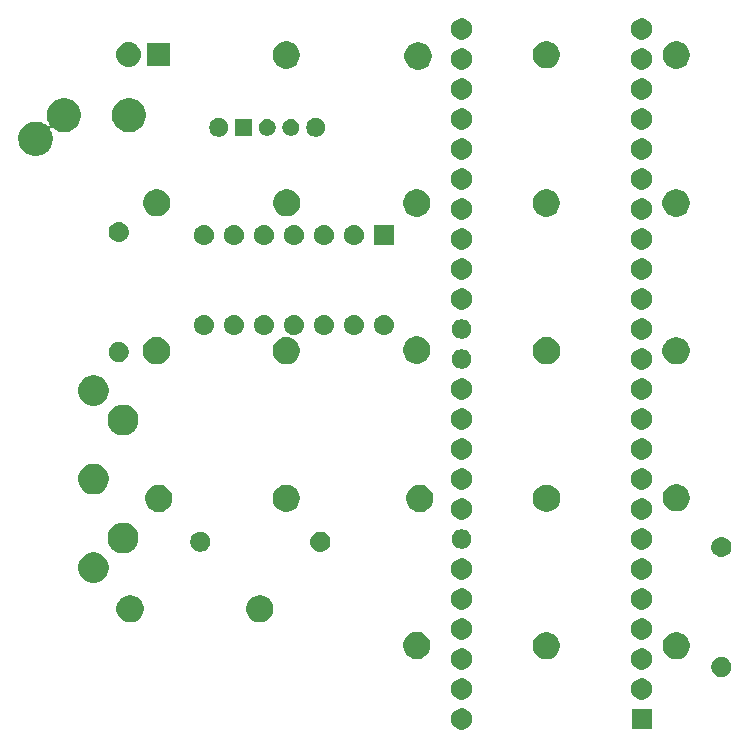
<source format=gbr>
G04 #@! TF.GenerationSoftware,KiCad,Pcbnew,(5.0.2)-1*
G04 #@! TF.CreationDate,2019-03-30T17:50:24-04:00*
G04 #@! TF.ProjectId,po_midi_adapter,706f5f6d-6964-4695-9f61-646170746572,rev?*
G04 #@! TF.SameCoordinates,PXa2393f8PY7537788*
G04 #@! TF.FileFunction,Soldermask,Top*
G04 #@! TF.FilePolarity,Negative*
%FSLAX46Y46*%
G04 Gerber Fmt 4.6, Leading zero omitted, Abs format (unit mm)*
G04 Created by KiCad (PCBNEW (5.0.2)-1) date 2019-03-30 5:50:24 PM*
%MOMM*%
%LPD*%
G01*
G04 APERTURE LIST*
%ADD10C,0.200000*%
%ADD11C,0.100000*%
G04 APERTURE END LIST*
D10*
X-28803800Y8650600D02*
G75*
G02X-29053800Y8400600I-250000J0D01*
G01*
D11*
G36*
X-25314988Y3634976D02*
X-25151016Y3567056D01*
X-25003446Y3468453D01*
X-24877947Y3342954D01*
X-24779344Y3195384D01*
X-24711424Y3031412D01*
X-24676800Y2857341D01*
X-24676800Y2679859D01*
X-24711424Y2505788D01*
X-24779344Y2341816D01*
X-24877947Y2194246D01*
X-25003446Y2068747D01*
X-25151016Y1970144D01*
X-25314988Y1902224D01*
X-25489059Y1867600D01*
X-25666541Y1867600D01*
X-25840612Y1902224D01*
X-26004584Y1970144D01*
X-26152154Y2068747D01*
X-26277653Y2194246D01*
X-26376256Y2341816D01*
X-26444176Y2505788D01*
X-26478800Y2679859D01*
X-26478800Y2857341D01*
X-26444176Y3031412D01*
X-26376256Y3195384D01*
X-26277653Y3342954D01*
X-26152154Y3468453D01*
X-26004584Y3567056D01*
X-25840612Y3634976D01*
X-25666541Y3669600D01*
X-25489059Y3669600D01*
X-25314988Y3634976D01*
X-25314988Y3634976D01*
G37*
G36*
X-9486800Y1917600D02*
X-11188800Y1917600D01*
X-11188800Y3619600D01*
X-9486800Y3619600D01*
X-9486800Y1917600D01*
X-9486800Y1917600D01*
G37*
G36*
X-10074988Y6174976D02*
X-9911016Y6107056D01*
X-9763446Y6008453D01*
X-9637947Y5882954D01*
X-9539344Y5735384D01*
X-9471424Y5571412D01*
X-9436800Y5397341D01*
X-9436800Y5219859D01*
X-9471424Y5045788D01*
X-9539344Y4881816D01*
X-9637947Y4734246D01*
X-9763446Y4608747D01*
X-9911016Y4510144D01*
X-10074988Y4442224D01*
X-10249059Y4407600D01*
X-10426541Y4407600D01*
X-10600612Y4442224D01*
X-10764584Y4510144D01*
X-10912154Y4608747D01*
X-11037653Y4734246D01*
X-11136256Y4881816D01*
X-11204176Y5045788D01*
X-11238800Y5219859D01*
X-11238800Y5397341D01*
X-11204176Y5571412D01*
X-11136256Y5735384D01*
X-11037653Y5882954D01*
X-10912154Y6008453D01*
X-10764584Y6107056D01*
X-10600612Y6174976D01*
X-10426541Y6209600D01*
X-10249059Y6209600D01*
X-10074988Y6174976D01*
X-10074988Y6174976D01*
G37*
G36*
X-25314988Y6174976D02*
X-25151016Y6107056D01*
X-25003446Y6008453D01*
X-24877947Y5882954D01*
X-24779344Y5735384D01*
X-24711424Y5571412D01*
X-24676800Y5397341D01*
X-24676800Y5219859D01*
X-24711424Y5045788D01*
X-24779344Y4881816D01*
X-24877947Y4734246D01*
X-25003446Y4608747D01*
X-25151016Y4510144D01*
X-25314988Y4442224D01*
X-25489059Y4407600D01*
X-25666541Y4407600D01*
X-25840612Y4442224D01*
X-26004584Y4510144D01*
X-26152154Y4608747D01*
X-26277653Y4734246D01*
X-26376256Y4881816D01*
X-26444176Y5045788D01*
X-26478800Y5219859D01*
X-26478800Y5397341D01*
X-26444176Y5571412D01*
X-26376256Y5735384D01*
X-26277653Y5882954D01*
X-26152154Y6008453D01*
X-26004584Y6107056D01*
X-25840612Y6174976D01*
X-25666541Y6209600D01*
X-25489059Y6209600D01*
X-25314988Y6174976D01*
X-25314988Y6174976D01*
G37*
G36*
X-3333172Y7981097D02*
X-3178300Y7916947D01*
X-3038919Y7823815D01*
X-2920385Y7705281D01*
X-2827253Y7565900D01*
X-2763103Y7411028D01*
X-2730400Y7246616D01*
X-2730400Y7078984D01*
X-2763103Y6914572D01*
X-2827253Y6759700D01*
X-2920385Y6620319D01*
X-3038919Y6501785D01*
X-3178300Y6408653D01*
X-3333172Y6344503D01*
X-3497584Y6311800D01*
X-3665216Y6311800D01*
X-3829628Y6344503D01*
X-3984500Y6408653D01*
X-4123881Y6501785D01*
X-4242415Y6620319D01*
X-4335547Y6759700D01*
X-4399697Y6914572D01*
X-4432400Y7078984D01*
X-4432400Y7246616D01*
X-4399697Y7411028D01*
X-4335547Y7565900D01*
X-4242415Y7705281D01*
X-4123881Y7823815D01*
X-3984500Y7916947D01*
X-3829628Y7981097D01*
X-3665216Y8013800D01*
X-3497584Y8013800D01*
X-3333172Y7981097D01*
X-3333172Y7981097D01*
G37*
G36*
X-10074988Y8714976D02*
X-9911016Y8647056D01*
X-9763446Y8548453D01*
X-9637947Y8422954D01*
X-9539344Y8275384D01*
X-9471424Y8111412D01*
X-9436800Y7937341D01*
X-9436800Y7759859D01*
X-9471424Y7585788D01*
X-9539344Y7421816D01*
X-9637947Y7274246D01*
X-9763446Y7148747D01*
X-9911016Y7050144D01*
X-10074988Y6982224D01*
X-10249059Y6947600D01*
X-10426541Y6947600D01*
X-10600612Y6982224D01*
X-10764584Y7050144D01*
X-10912154Y7148747D01*
X-11037653Y7274246D01*
X-11136256Y7421816D01*
X-11204176Y7585788D01*
X-11238800Y7759859D01*
X-11238800Y7937341D01*
X-11204176Y8111412D01*
X-11136256Y8275384D01*
X-11037653Y8422954D01*
X-10912154Y8548453D01*
X-10764584Y8647056D01*
X-10600612Y8714976D01*
X-10426541Y8749600D01*
X-10249059Y8749600D01*
X-10074988Y8714976D01*
X-10074988Y8714976D01*
G37*
G36*
X-25314988Y8714976D02*
X-25151016Y8647056D01*
X-25003446Y8548453D01*
X-24877947Y8422954D01*
X-24779344Y8275384D01*
X-24711424Y8111412D01*
X-24676800Y7937341D01*
X-24676800Y7759859D01*
X-24711424Y7585788D01*
X-24779344Y7421816D01*
X-24877947Y7274246D01*
X-25003446Y7148747D01*
X-25151016Y7050144D01*
X-25314988Y6982224D01*
X-25489059Y6947600D01*
X-25666541Y6947600D01*
X-25840612Y6982224D01*
X-26004584Y7050144D01*
X-26152154Y7148747D01*
X-26277653Y7274246D01*
X-26376256Y7421816D01*
X-26444176Y7585788D01*
X-26478800Y7759859D01*
X-26478800Y7937341D01*
X-26444176Y8111412D01*
X-26376256Y8275384D01*
X-26277653Y8422954D01*
X-26152154Y8548453D01*
X-26004584Y8647056D01*
X-25840612Y8714976D01*
X-25666541Y8749600D01*
X-25489059Y8749600D01*
X-25314988Y8714976D01*
X-25314988Y8714976D01*
G37*
G36*
X-7055666Y10072968D02*
X-6846198Y9986204D01*
X-6657677Y9860238D01*
X-6497362Y9699923D01*
X-6371396Y9511402D01*
X-6284632Y9301934D01*
X-6240400Y9079565D01*
X-6240400Y8852835D01*
X-6284632Y8630466D01*
X-6371396Y8420998D01*
X-6497362Y8232477D01*
X-6657677Y8072162D01*
X-6846198Y7946196D01*
X-7055666Y7859432D01*
X-7278035Y7815200D01*
X-7504765Y7815200D01*
X-7727134Y7859432D01*
X-7936602Y7946196D01*
X-8125123Y8072162D01*
X-8285438Y8232477D01*
X-8411404Y8420998D01*
X-8498168Y8630466D01*
X-8542400Y8852835D01*
X-8542400Y9079565D01*
X-8498168Y9301934D01*
X-8411404Y9511402D01*
X-8285438Y9699923D01*
X-8125123Y9860238D01*
X-7936602Y9986204D01*
X-7727134Y10072968D01*
X-7504765Y10117200D01*
X-7278035Y10117200D01*
X-7055666Y10072968D01*
X-7055666Y10072968D01*
G37*
G36*
X-18079266Y10072968D02*
X-17869798Y9986204D01*
X-17681277Y9860238D01*
X-17520962Y9699923D01*
X-17394996Y9511402D01*
X-17308232Y9301934D01*
X-17264000Y9079565D01*
X-17264000Y8852835D01*
X-17308232Y8630466D01*
X-17394996Y8420998D01*
X-17520962Y8232477D01*
X-17681277Y8072162D01*
X-17869798Y7946196D01*
X-18079266Y7859432D01*
X-18301635Y7815200D01*
X-18528365Y7815200D01*
X-18750734Y7859432D01*
X-18960202Y7946196D01*
X-19148723Y8072162D01*
X-19309038Y8232477D01*
X-19435004Y8420998D01*
X-19521768Y8630466D01*
X-19566000Y8852835D01*
X-19566000Y9079565D01*
X-19521768Y9301934D01*
X-19435004Y9511402D01*
X-19309038Y9699923D01*
X-19148723Y9860238D01*
X-18960202Y9986204D01*
X-18750734Y10072968D01*
X-18528365Y10117200D01*
X-18301635Y10117200D01*
X-18079266Y10072968D01*
X-18079266Y10072968D01*
G37*
G36*
X-29052066Y10098368D02*
X-28842598Y10011604D01*
X-28654077Y9885638D01*
X-28493762Y9725323D01*
X-28367796Y9536802D01*
X-28281032Y9327334D01*
X-28236800Y9104965D01*
X-28236800Y8878235D01*
X-28281032Y8655866D01*
X-28367796Y8446398D01*
X-28493762Y8257877D01*
X-28654077Y8097562D01*
X-28842598Y7971596D01*
X-29052066Y7884832D01*
X-29274435Y7840600D01*
X-29501165Y7840600D01*
X-29723534Y7884832D01*
X-29933002Y7971596D01*
X-30121523Y8097562D01*
X-30281838Y8257877D01*
X-30407804Y8446398D01*
X-30494568Y8655866D01*
X-30538800Y8878235D01*
X-30538800Y9104965D01*
X-30494568Y9327334D01*
X-30407804Y9536802D01*
X-30281838Y9725323D01*
X-30121523Y9885638D01*
X-29933002Y10011604D01*
X-29723534Y10098368D01*
X-29501165Y10142600D01*
X-29274435Y10142600D01*
X-29052066Y10098368D01*
X-29052066Y10098368D01*
G37*
G36*
X-10074988Y11254976D02*
X-9911016Y11187056D01*
X-9763446Y11088453D01*
X-9637947Y10962954D01*
X-9539344Y10815384D01*
X-9471424Y10651412D01*
X-9436800Y10477341D01*
X-9436800Y10299859D01*
X-9471424Y10125788D01*
X-9539344Y9961816D01*
X-9637947Y9814246D01*
X-9763446Y9688747D01*
X-9911016Y9590144D01*
X-10074988Y9522224D01*
X-10249059Y9487600D01*
X-10426541Y9487600D01*
X-10600612Y9522224D01*
X-10764584Y9590144D01*
X-10912154Y9688747D01*
X-11037653Y9814246D01*
X-11136256Y9961816D01*
X-11204176Y10125788D01*
X-11238800Y10299859D01*
X-11238800Y10477341D01*
X-11204176Y10651412D01*
X-11136256Y10815384D01*
X-11037653Y10962954D01*
X-10912154Y11088453D01*
X-10764584Y11187056D01*
X-10600612Y11254976D01*
X-10426541Y11289600D01*
X-10249059Y11289600D01*
X-10074988Y11254976D01*
X-10074988Y11254976D01*
G37*
G36*
X-25314988Y11254976D02*
X-25151016Y11187056D01*
X-25003446Y11088453D01*
X-24877947Y10962954D01*
X-24779344Y10815384D01*
X-24711424Y10651412D01*
X-24676800Y10477341D01*
X-24676800Y10299859D01*
X-24711424Y10125788D01*
X-24779344Y9961816D01*
X-24877947Y9814246D01*
X-25003446Y9688747D01*
X-25151016Y9590144D01*
X-25314988Y9522224D01*
X-25489059Y9487600D01*
X-25666541Y9487600D01*
X-25840612Y9522224D01*
X-26004584Y9590144D01*
X-26152154Y9688747D01*
X-26277653Y9814246D01*
X-26376256Y9961816D01*
X-26444176Y10125788D01*
X-26478800Y10299859D01*
X-26478800Y10477341D01*
X-26444176Y10651412D01*
X-26376256Y10815384D01*
X-26277653Y10962954D01*
X-26152154Y11088453D01*
X-26004584Y11187056D01*
X-25840612Y11254976D01*
X-25666541Y11289600D01*
X-25489059Y11289600D01*
X-25314988Y11254976D01*
X-25314988Y11254976D01*
G37*
G36*
X-53309066Y13209868D02*
X-53099598Y13123104D01*
X-52911077Y12997138D01*
X-52750762Y12836823D01*
X-52624796Y12648302D01*
X-52538032Y12438834D01*
X-52493800Y12216465D01*
X-52493800Y11989735D01*
X-52538032Y11767366D01*
X-52624796Y11557898D01*
X-52750762Y11369377D01*
X-52911077Y11209062D01*
X-53099598Y11083096D01*
X-53309066Y10996332D01*
X-53531435Y10952100D01*
X-53758165Y10952100D01*
X-53980534Y10996332D01*
X-54190002Y11083096D01*
X-54378523Y11209062D01*
X-54538838Y11369377D01*
X-54664804Y11557898D01*
X-54751568Y11767366D01*
X-54795800Y11989735D01*
X-54795800Y12216465D01*
X-54751568Y12438834D01*
X-54664804Y12648302D01*
X-54538838Y12836823D01*
X-54378523Y12997138D01*
X-54190002Y13123104D01*
X-53980534Y13209868D01*
X-53758165Y13254100D01*
X-53531435Y13254100D01*
X-53309066Y13209868D01*
X-53309066Y13209868D01*
G37*
G36*
X-42323566Y13209868D02*
X-42114098Y13123104D01*
X-41925577Y12997138D01*
X-41765262Y12836823D01*
X-41639296Y12648302D01*
X-41552532Y12438834D01*
X-41508300Y12216465D01*
X-41508300Y11989735D01*
X-41552532Y11767366D01*
X-41639296Y11557898D01*
X-41765262Y11369377D01*
X-41925577Y11209062D01*
X-42114098Y11083096D01*
X-42323566Y10996332D01*
X-42545935Y10952100D01*
X-42772665Y10952100D01*
X-42995034Y10996332D01*
X-43204502Y11083096D01*
X-43393023Y11209062D01*
X-43553338Y11369377D01*
X-43679304Y11557898D01*
X-43766068Y11767366D01*
X-43810300Y11989735D01*
X-43810300Y12216465D01*
X-43766068Y12438834D01*
X-43679304Y12648302D01*
X-43553338Y12836823D01*
X-43393023Y12997138D01*
X-43204502Y13123104D01*
X-42995034Y13209868D01*
X-42772665Y13254100D01*
X-42545935Y13254100D01*
X-42323566Y13209868D01*
X-42323566Y13209868D01*
G37*
G36*
X-10074988Y13794976D02*
X-9911016Y13727056D01*
X-9763446Y13628453D01*
X-9637947Y13502954D01*
X-9539344Y13355384D01*
X-9471424Y13191412D01*
X-9436800Y13017341D01*
X-9436800Y12839859D01*
X-9471424Y12665788D01*
X-9539344Y12501816D01*
X-9637947Y12354246D01*
X-9763446Y12228747D01*
X-9911016Y12130144D01*
X-10074988Y12062224D01*
X-10249059Y12027600D01*
X-10426541Y12027600D01*
X-10600612Y12062224D01*
X-10764584Y12130144D01*
X-10912154Y12228747D01*
X-11037653Y12354246D01*
X-11136256Y12501816D01*
X-11204176Y12665788D01*
X-11238800Y12839859D01*
X-11238800Y13017341D01*
X-11204176Y13191412D01*
X-11136256Y13355384D01*
X-11037653Y13502954D01*
X-10912154Y13628453D01*
X-10764584Y13727056D01*
X-10600612Y13794976D01*
X-10426541Y13829600D01*
X-10249059Y13829600D01*
X-10074988Y13794976D01*
X-10074988Y13794976D01*
G37*
G36*
X-25314988Y13794976D02*
X-25151016Y13727056D01*
X-25003446Y13628453D01*
X-24877947Y13502954D01*
X-24779344Y13355384D01*
X-24711424Y13191412D01*
X-24676800Y13017341D01*
X-24676800Y12839859D01*
X-24711424Y12665788D01*
X-24779344Y12501816D01*
X-24877947Y12354246D01*
X-25003446Y12228747D01*
X-25151016Y12130144D01*
X-25314988Y12062224D01*
X-25489059Y12027600D01*
X-25666541Y12027600D01*
X-25840612Y12062224D01*
X-26004584Y12130144D01*
X-26152154Y12228747D01*
X-26277653Y12354246D01*
X-26376256Y12501816D01*
X-26444176Y12665788D01*
X-26478800Y12839859D01*
X-26478800Y13017341D01*
X-26444176Y13191412D01*
X-26376256Y13355384D01*
X-26277653Y13502954D01*
X-26152154Y13628453D01*
X-26004584Y13727056D01*
X-25840612Y13794976D01*
X-25666541Y13829600D01*
X-25489059Y13829600D01*
X-25314988Y13794976D01*
X-25314988Y13794976D01*
G37*
G36*
X-56364207Y16841216D02*
X-56127498Y16743168D01*
X-55914462Y16600822D01*
X-55733298Y16419658D01*
X-55590952Y16206622D01*
X-55492904Y15969913D01*
X-55442920Y15718627D01*
X-55442920Y15462413D01*
X-55492904Y15211127D01*
X-55590952Y14974418D01*
X-55733298Y14761382D01*
X-55914462Y14580218D01*
X-56127498Y14437872D01*
X-56364207Y14339824D01*
X-56615493Y14289840D01*
X-56871707Y14289840D01*
X-57122993Y14339824D01*
X-57359702Y14437872D01*
X-57572738Y14580218D01*
X-57753902Y14761382D01*
X-57896248Y14974418D01*
X-57994296Y15211127D01*
X-58044280Y15462413D01*
X-58044280Y15718627D01*
X-57994296Y15969913D01*
X-57896248Y16206622D01*
X-57753902Y16419658D01*
X-57572738Y16600822D01*
X-57359702Y16743168D01*
X-57122993Y16841216D01*
X-56871707Y16891200D01*
X-56615493Y16891200D01*
X-56364207Y16841216D01*
X-56364207Y16841216D01*
G37*
G36*
X-25314988Y16334976D02*
X-25151016Y16267056D01*
X-25003446Y16168453D01*
X-24877947Y16042954D01*
X-24779344Y15895384D01*
X-24711424Y15731412D01*
X-24676800Y15557341D01*
X-24676800Y15379859D01*
X-24711424Y15205788D01*
X-24779344Y15041816D01*
X-24877947Y14894246D01*
X-25003446Y14768747D01*
X-25151016Y14670144D01*
X-25314988Y14602224D01*
X-25489059Y14567600D01*
X-25666541Y14567600D01*
X-25840612Y14602224D01*
X-26004584Y14670144D01*
X-26152154Y14768747D01*
X-26277653Y14894246D01*
X-26376256Y15041816D01*
X-26444176Y15205788D01*
X-26478800Y15379859D01*
X-26478800Y15557341D01*
X-26444176Y15731412D01*
X-26376256Y15895384D01*
X-26277653Y16042954D01*
X-26152154Y16168453D01*
X-26004584Y16267056D01*
X-25840612Y16334976D01*
X-25666541Y16369600D01*
X-25489059Y16369600D01*
X-25314988Y16334976D01*
X-25314988Y16334976D01*
G37*
G36*
X-10074988Y16334976D02*
X-9911016Y16267056D01*
X-9763446Y16168453D01*
X-9637947Y16042954D01*
X-9539344Y15895384D01*
X-9471424Y15731412D01*
X-9436800Y15557341D01*
X-9436800Y15379859D01*
X-9471424Y15205788D01*
X-9539344Y15041816D01*
X-9637947Y14894246D01*
X-9763446Y14768747D01*
X-9911016Y14670144D01*
X-10074988Y14602224D01*
X-10249059Y14567600D01*
X-10426541Y14567600D01*
X-10600612Y14602224D01*
X-10764584Y14670144D01*
X-10912154Y14768747D01*
X-11037653Y14894246D01*
X-11136256Y15041816D01*
X-11204176Y15205788D01*
X-11238800Y15379859D01*
X-11238800Y15557341D01*
X-11204176Y15731412D01*
X-11136256Y15895384D01*
X-11037653Y16042954D01*
X-10912154Y16168453D01*
X-10764584Y16267056D01*
X-10600612Y16334976D01*
X-10426541Y16369600D01*
X-10249059Y16369600D01*
X-10074988Y16334976D01*
X-10074988Y16334976D01*
G37*
G36*
X-3414579Y18161487D02*
X-3414576Y18161486D01*
X-3414575Y18161486D01*
X-3254161Y18112825D01*
X-3254159Y18112824D01*
X-3254156Y18112823D01*
X-3106322Y18033805D01*
X-2976741Y17927459D01*
X-2870395Y17797878D01*
X-2791377Y17650044D01*
X-2791376Y17650041D01*
X-2791375Y17650039D01*
X-2770680Y17581816D01*
X-2742713Y17489621D01*
X-2726283Y17322800D01*
X-2742713Y17155979D01*
X-2742714Y17155976D01*
X-2742714Y17155975D01*
X-2765118Y17082118D01*
X-2791377Y16995556D01*
X-2870395Y16847722D01*
X-2976741Y16718141D01*
X-3106322Y16611795D01*
X-3254156Y16532777D01*
X-3254159Y16532776D01*
X-3254161Y16532775D01*
X-3414575Y16484114D01*
X-3414576Y16484114D01*
X-3414579Y16484113D01*
X-3539596Y16471800D01*
X-3623204Y16471800D01*
X-3748221Y16484113D01*
X-3748224Y16484114D01*
X-3748225Y16484114D01*
X-3908639Y16532775D01*
X-3908641Y16532776D01*
X-3908644Y16532777D01*
X-4056478Y16611795D01*
X-4186059Y16718141D01*
X-4292405Y16847722D01*
X-4371423Y16995556D01*
X-4397681Y17082118D01*
X-4420086Y17155975D01*
X-4420086Y17155976D01*
X-4420087Y17155979D01*
X-4436517Y17322800D01*
X-4420087Y17489621D01*
X-4392120Y17581816D01*
X-4371425Y17650039D01*
X-4371424Y17650041D01*
X-4371423Y17650044D01*
X-4292405Y17797878D01*
X-4186059Y17927459D01*
X-4056478Y18033805D01*
X-3908644Y18112823D01*
X-3908641Y18112824D01*
X-3908639Y18112825D01*
X-3748225Y18161486D01*
X-3748224Y18161486D01*
X-3748221Y18161487D01*
X-3623204Y18173800D01*
X-3539596Y18173800D01*
X-3414579Y18161487D01*
X-3414579Y18161487D01*
G37*
G36*
X-53862307Y19343116D02*
X-53625598Y19245068D01*
X-53412562Y19102722D01*
X-53231398Y18921558D01*
X-53089052Y18708522D01*
X-52991004Y18471813D01*
X-52941020Y18220527D01*
X-52941020Y17964313D01*
X-52991004Y17713027D01*
X-53089052Y17476318D01*
X-53231398Y17263282D01*
X-53412562Y17082118D01*
X-53625598Y16939772D01*
X-53862307Y16841724D01*
X-54113593Y16791740D01*
X-54369807Y16791740D01*
X-54621093Y16841724D01*
X-54857802Y16939772D01*
X-55070838Y17082118D01*
X-55252002Y17263282D01*
X-55394348Y17476318D01*
X-55492396Y17713027D01*
X-55542380Y17964313D01*
X-55542380Y18220527D01*
X-55492396Y18471813D01*
X-55394348Y18708522D01*
X-55252002Y18921558D01*
X-55070838Y19102722D01*
X-54857802Y19245068D01*
X-54621093Y19343116D01*
X-54369807Y19393100D01*
X-54113593Y19393100D01*
X-53862307Y19343116D01*
X-53862307Y19343116D01*
G37*
G36*
X-37374379Y18618687D02*
X-37374376Y18618686D01*
X-37374375Y18618686D01*
X-37213961Y18570025D01*
X-37213959Y18570024D01*
X-37213956Y18570023D01*
X-37066122Y18491005D01*
X-36936541Y18384659D01*
X-36830195Y18255078D01*
X-36751177Y18107244D01*
X-36751176Y18107241D01*
X-36751175Y18107239D01*
X-36707819Y17964314D01*
X-36702513Y17946821D01*
X-36686083Y17780000D01*
X-36702513Y17613179D01*
X-36702514Y17613176D01*
X-36702514Y17613175D01*
X-36744029Y17476317D01*
X-36751177Y17452756D01*
X-36830195Y17304922D01*
X-36936541Y17175341D01*
X-37066122Y17068995D01*
X-37213956Y16989977D01*
X-37213959Y16989976D01*
X-37213961Y16989975D01*
X-37374375Y16941314D01*
X-37374376Y16941314D01*
X-37374379Y16941313D01*
X-37499396Y16929000D01*
X-37583004Y16929000D01*
X-37708021Y16941313D01*
X-37708024Y16941314D01*
X-37708025Y16941314D01*
X-37868439Y16989975D01*
X-37868441Y16989976D01*
X-37868444Y16989977D01*
X-38016278Y17068995D01*
X-38145859Y17175341D01*
X-38252205Y17304922D01*
X-38331223Y17452756D01*
X-38338370Y17476317D01*
X-38379886Y17613175D01*
X-38379886Y17613176D01*
X-38379887Y17613179D01*
X-38396317Y17780000D01*
X-38379887Y17946821D01*
X-38374581Y17964314D01*
X-38331225Y18107239D01*
X-38331224Y18107241D01*
X-38331223Y18107244D01*
X-38252205Y18255078D01*
X-38145859Y18384659D01*
X-38016278Y18491005D01*
X-37868444Y18570023D01*
X-37868441Y18570024D01*
X-37868439Y18570025D01*
X-37708025Y18618686D01*
X-37708024Y18618686D01*
X-37708021Y18618687D01*
X-37583004Y18631000D01*
X-37499396Y18631000D01*
X-37374379Y18618687D01*
X-37374379Y18618687D01*
G37*
G36*
X-47452972Y18598297D02*
X-47298100Y18534147D01*
X-47158719Y18441015D01*
X-47040185Y18322481D01*
X-46947053Y18183100D01*
X-46882903Y18028228D01*
X-46850200Y17863816D01*
X-46850200Y17696184D01*
X-46882903Y17531772D01*
X-46947053Y17376900D01*
X-47040185Y17237519D01*
X-47158719Y17118985D01*
X-47298100Y17025853D01*
X-47452972Y16961703D01*
X-47617384Y16929000D01*
X-47785016Y16929000D01*
X-47949428Y16961703D01*
X-48104300Y17025853D01*
X-48243681Y17118985D01*
X-48362215Y17237519D01*
X-48455347Y17376900D01*
X-48519497Y17531772D01*
X-48552200Y17696184D01*
X-48552200Y17863816D01*
X-48519497Y18028228D01*
X-48455347Y18183100D01*
X-48362215Y18322481D01*
X-48243681Y18441015D01*
X-48104300Y18534147D01*
X-47949428Y18598297D01*
X-47785016Y18631000D01*
X-47617384Y18631000D01*
X-47452972Y18598297D01*
X-47452972Y18598297D01*
G37*
G36*
X-10074988Y18874976D02*
X-9911016Y18807056D01*
X-9763446Y18708453D01*
X-9637947Y18582954D01*
X-9539344Y18435384D01*
X-9471424Y18271412D01*
X-9436800Y18097341D01*
X-9436800Y17919859D01*
X-9471424Y17745788D01*
X-9539344Y17581816D01*
X-9637947Y17434246D01*
X-9763446Y17308747D01*
X-9911016Y17210144D01*
X-10074988Y17142224D01*
X-10249059Y17107600D01*
X-10426541Y17107600D01*
X-10600612Y17142224D01*
X-10764584Y17210144D01*
X-10912154Y17308747D01*
X-11037653Y17434246D01*
X-11136256Y17581816D01*
X-11204176Y17745788D01*
X-11238800Y17919859D01*
X-11238800Y18097341D01*
X-11204176Y18271412D01*
X-11136256Y18435384D01*
X-11037653Y18582954D01*
X-10912154Y18708453D01*
X-10764584Y18807056D01*
X-10600612Y18874976D01*
X-10426541Y18909600D01*
X-10249059Y18909600D01*
X-10074988Y18874976D01*
X-10074988Y18874976D01*
G37*
G36*
X-25336865Y18802858D02*
X-25186542Y18740592D01*
X-25051255Y18650196D01*
X-24936204Y18535145D01*
X-24845808Y18399858D01*
X-24783542Y18249535D01*
X-24751800Y18089954D01*
X-24751800Y17927246D01*
X-24783542Y17767665D01*
X-24845808Y17617342D01*
X-24936204Y17482055D01*
X-25051255Y17367004D01*
X-25186542Y17276608D01*
X-25336865Y17214342D01*
X-25496446Y17182600D01*
X-25659154Y17182600D01*
X-25818735Y17214342D01*
X-25969058Y17276608D01*
X-26104345Y17367004D01*
X-26219396Y17482055D01*
X-26309792Y17617342D01*
X-26372058Y17767665D01*
X-26403800Y17927246D01*
X-26403800Y18089954D01*
X-26372058Y18249535D01*
X-26309792Y18399858D01*
X-26219396Y18535145D01*
X-26104345Y18650196D01*
X-25969058Y18740592D01*
X-25818735Y18802858D01*
X-25659154Y18834600D01*
X-25496446Y18834600D01*
X-25336865Y18802858D01*
X-25336865Y18802858D01*
G37*
G36*
X-25314988Y21414976D02*
X-25151016Y21347056D01*
X-25003446Y21248453D01*
X-24877947Y21122954D01*
X-24779344Y20975384D01*
X-24711424Y20811412D01*
X-24676800Y20637341D01*
X-24676800Y20459859D01*
X-24711424Y20285788D01*
X-24779344Y20121816D01*
X-24877947Y19974246D01*
X-25003446Y19848747D01*
X-25151016Y19750144D01*
X-25314988Y19682224D01*
X-25489059Y19647600D01*
X-25666541Y19647600D01*
X-25840612Y19682224D01*
X-26004584Y19750144D01*
X-26152154Y19848747D01*
X-26277653Y19974246D01*
X-26376256Y20121816D01*
X-26444176Y20285788D01*
X-26478800Y20459859D01*
X-26478800Y20637341D01*
X-26444176Y20811412D01*
X-26376256Y20975384D01*
X-26277653Y21122954D01*
X-26152154Y21248453D01*
X-26004584Y21347056D01*
X-25840612Y21414976D01*
X-25666541Y21449600D01*
X-25489059Y21449600D01*
X-25314988Y21414976D01*
X-25314988Y21414976D01*
G37*
G36*
X-10074988Y21414976D02*
X-9911016Y21347056D01*
X-9763446Y21248453D01*
X-9637947Y21122954D01*
X-9539344Y20975384D01*
X-9471424Y20811412D01*
X-9436800Y20637341D01*
X-9436800Y20459859D01*
X-9471424Y20285788D01*
X-9539344Y20121816D01*
X-9637947Y19974246D01*
X-9763446Y19848747D01*
X-9911016Y19750144D01*
X-10074988Y19682224D01*
X-10249059Y19647600D01*
X-10426541Y19647600D01*
X-10600612Y19682224D01*
X-10764584Y19750144D01*
X-10912154Y19848747D01*
X-11037653Y19974246D01*
X-11136256Y20121816D01*
X-11204176Y20285788D01*
X-11238800Y20459859D01*
X-11238800Y20637341D01*
X-11204176Y20811412D01*
X-11136256Y20975384D01*
X-11037653Y21122954D01*
X-10912154Y21248453D01*
X-10764584Y21347056D01*
X-10600612Y21414976D01*
X-10426541Y21449600D01*
X-10249059Y21449600D01*
X-10074988Y21414976D01*
X-10074988Y21414976D01*
G37*
G36*
X-50896066Y22544368D02*
X-50686598Y22457604D01*
X-50498077Y22331638D01*
X-50337762Y22171323D01*
X-50211796Y21982802D01*
X-50125032Y21773334D01*
X-50080800Y21550965D01*
X-50080800Y21324235D01*
X-50125032Y21101866D01*
X-50211796Y20892398D01*
X-50337762Y20703877D01*
X-50498077Y20543562D01*
X-50686598Y20417596D01*
X-50896066Y20330832D01*
X-51118435Y20286600D01*
X-51345165Y20286600D01*
X-51567534Y20330832D01*
X-51777002Y20417596D01*
X-51965523Y20543562D01*
X-52125838Y20703877D01*
X-52251804Y20892398D01*
X-52338568Y21101866D01*
X-52382800Y21324235D01*
X-52382800Y21550965D01*
X-52338568Y21773334D01*
X-52251804Y21982802D01*
X-52125838Y22171323D01*
X-51965523Y22331638D01*
X-51777002Y22457604D01*
X-51567534Y22544368D01*
X-51345165Y22588600D01*
X-51118435Y22588600D01*
X-50896066Y22544368D01*
X-50896066Y22544368D01*
G37*
G36*
X-28798066Y22544368D02*
X-28588598Y22457604D01*
X-28400077Y22331638D01*
X-28239762Y22171323D01*
X-28113796Y21982802D01*
X-28027032Y21773334D01*
X-27982800Y21550965D01*
X-27982800Y21324235D01*
X-28027032Y21101866D01*
X-28113796Y20892398D01*
X-28239762Y20703877D01*
X-28400077Y20543562D01*
X-28588598Y20417596D01*
X-28798066Y20330832D01*
X-29020435Y20286600D01*
X-29247165Y20286600D01*
X-29469534Y20330832D01*
X-29679002Y20417596D01*
X-29867523Y20543562D01*
X-30027838Y20703877D01*
X-30153804Y20892398D01*
X-30240568Y21101866D01*
X-30284800Y21324235D01*
X-30284800Y21550965D01*
X-30240568Y21773334D01*
X-30153804Y21982802D01*
X-30027838Y22171323D01*
X-29867523Y22331638D01*
X-29679002Y22457604D01*
X-29469534Y22544368D01*
X-29247165Y22588600D01*
X-29020435Y22588600D01*
X-28798066Y22544368D01*
X-28798066Y22544368D01*
G37*
G36*
X-40075666Y22569768D02*
X-39866198Y22483004D01*
X-39677677Y22357038D01*
X-39517362Y22196723D01*
X-39391396Y22008202D01*
X-39304632Y21798734D01*
X-39260400Y21576365D01*
X-39260400Y21349635D01*
X-39304632Y21127266D01*
X-39391396Y20917798D01*
X-39517362Y20729277D01*
X-39677677Y20568962D01*
X-39866198Y20442996D01*
X-40075666Y20356232D01*
X-40298035Y20312000D01*
X-40524765Y20312000D01*
X-40747134Y20356232D01*
X-40956602Y20442996D01*
X-41145123Y20568962D01*
X-41305438Y20729277D01*
X-41431404Y20917798D01*
X-41518168Y21127266D01*
X-41562400Y21349635D01*
X-41562400Y21576365D01*
X-41518168Y21798734D01*
X-41431404Y22008202D01*
X-41305438Y22196723D01*
X-41145123Y22357038D01*
X-40956602Y22483004D01*
X-40747134Y22569768D01*
X-40524765Y22614000D01*
X-40298035Y22614000D01*
X-40075666Y22569768D01*
X-40075666Y22569768D01*
G37*
G36*
X-18053866Y22569768D02*
X-17844398Y22483004D01*
X-17655877Y22357038D01*
X-17495562Y22196723D01*
X-17369596Y22008202D01*
X-17282832Y21798734D01*
X-17238600Y21576365D01*
X-17238600Y21349635D01*
X-17282832Y21127266D01*
X-17369596Y20917798D01*
X-17495562Y20729277D01*
X-17655877Y20568962D01*
X-17844398Y20442996D01*
X-18053866Y20356232D01*
X-18276235Y20312000D01*
X-18502965Y20312000D01*
X-18725334Y20356232D01*
X-18934802Y20442996D01*
X-19123323Y20568962D01*
X-19283638Y20729277D01*
X-19409604Y20917798D01*
X-19496368Y21127266D01*
X-19540600Y21349635D01*
X-19540600Y21576365D01*
X-19496368Y21798734D01*
X-19409604Y22008202D01*
X-19283638Y22196723D01*
X-19123323Y22357038D01*
X-18934802Y22483004D01*
X-18725334Y22569768D01*
X-18502965Y22614000D01*
X-18276235Y22614000D01*
X-18053866Y22569768D01*
X-18053866Y22569768D01*
G37*
G36*
X-7055666Y22595168D02*
X-6846198Y22508404D01*
X-6657677Y22382438D01*
X-6497362Y22222123D01*
X-6371396Y22033602D01*
X-6284632Y21824134D01*
X-6240400Y21601765D01*
X-6240400Y21375035D01*
X-6284632Y21152666D01*
X-6371396Y20943198D01*
X-6497362Y20754677D01*
X-6657677Y20594362D01*
X-6846198Y20468396D01*
X-7055666Y20381632D01*
X-7278035Y20337400D01*
X-7504765Y20337400D01*
X-7727134Y20381632D01*
X-7936602Y20468396D01*
X-8125123Y20594362D01*
X-8285438Y20754677D01*
X-8411404Y20943198D01*
X-8498168Y21152666D01*
X-8542400Y21375035D01*
X-8542400Y21601765D01*
X-8498168Y21824134D01*
X-8411404Y22033602D01*
X-8285438Y22222123D01*
X-8125123Y22382438D01*
X-7936602Y22508404D01*
X-7727134Y22595168D01*
X-7504765Y22639400D01*
X-7278035Y22639400D01*
X-7055666Y22595168D01*
X-7055666Y22595168D01*
G37*
G36*
X-56361667Y24339296D02*
X-56124958Y24241248D01*
X-55911922Y24098902D01*
X-55730758Y23917738D01*
X-55588412Y23704702D01*
X-55490364Y23467993D01*
X-55440380Y23216707D01*
X-55440380Y22960493D01*
X-55490364Y22709207D01*
X-55588412Y22472498D01*
X-55730758Y22259462D01*
X-55911922Y22078298D01*
X-56124958Y21935952D01*
X-56361667Y21837904D01*
X-56612953Y21787920D01*
X-56869167Y21787920D01*
X-57120453Y21837904D01*
X-57357162Y21935952D01*
X-57570198Y22078298D01*
X-57751362Y22259462D01*
X-57893708Y22472498D01*
X-57991756Y22709207D01*
X-58041740Y22960493D01*
X-58041740Y23216707D01*
X-57991756Y23467993D01*
X-57893708Y23704702D01*
X-57751362Y23917738D01*
X-57570198Y24098902D01*
X-57357162Y24241248D01*
X-57120453Y24339296D01*
X-56869167Y24389280D01*
X-56612953Y24389280D01*
X-56361667Y24339296D01*
X-56361667Y24339296D01*
G37*
G36*
X-10074988Y23954976D02*
X-9911016Y23887056D01*
X-9763446Y23788453D01*
X-9637947Y23662954D01*
X-9539344Y23515384D01*
X-9471424Y23351412D01*
X-9436800Y23177341D01*
X-9436800Y22999859D01*
X-9471424Y22825788D01*
X-9539344Y22661816D01*
X-9637947Y22514246D01*
X-9763446Y22388747D01*
X-9911016Y22290144D01*
X-10074988Y22222224D01*
X-10249059Y22187600D01*
X-10426541Y22187600D01*
X-10600612Y22222224D01*
X-10764584Y22290144D01*
X-10912154Y22388747D01*
X-11037653Y22514246D01*
X-11136256Y22661816D01*
X-11204176Y22825788D01*
X-11238800Y22999859D01*
X-11238800Y23177341D01*
X-11204176Y23351412D01*
X-11136256Y23515384D01*
X-11037653Y23662954D01*
X-10912154Y23788453D01*
X-10764584Y23887056D01*
X-10600612Y23954976D01*
X-10426541Y23989600D01*
X-10249059Y23989600D01*
X-10074988Y23954976D01*
X-10074988Y23954976D01*
G37*
G36*
X-25314988Y23954976D02*
X-25151016Y23887056D01*
X-25003446Y23788453D01*
X-24877947Y23662954D01*
X-24779344Y23515384D01*
X-24711424Y23351412D01*
X-24676800Y23177341D01*
X-24676800Y22999859D01*
X-24711424Y22825788D01*
X-24779344Y22661816D01*
X-24877947Y22514246D01*
X-25003446Y22388747D01*
X-25151016Y22290144D01*
X-25314988Y22222224D01*
X-25489059Y22187600D01*
X-25666541Y22187600D01*
X-25840612Y22222224D01*
X-26004584Y22290144D01*
X-26152154Y22388747D01*
X-26277653Y22514246D01*
X-26376256Y22661816D01*
X-26444176Y22825788D01*
X-26478800Y22999859D01*
X-26478800Y23177341D01*
X-26444176Y23351412D01*
X-26376256Y23515384D01*
X-26277653Y23662954D01*
X-26152154Y23788453D01*
X-26004584Y23887056D01*
X-25840612Y23954976D01*
X-25666541Y23989600D01*
X-25489059Y23989600D01*
X-25314988Y23954976D01*
X-25314988Y23954976D01*
G37*
G36*
X-25314988Y26494976D02*
X-25151016Y26427056D01*
X-25003446Y26328453D01*
X-24877947Y26202954D01*
X-24779344Y26055384D01*
X-24711424Y25891412D01*
X-24676800Y25717341D01*
X-24676800Y25539859D01*
X-24711424Y25365788D01*
X-24779344Y25201816D01*
X-24877947Y25054246D01*
X-25003446Y24928747D01*
X-25151016Y24830144D01*
X-25314988Y24762224D01*
X-25489059Y24727600D01*
X-25666541Y24727600D01*
X-25840612Y24762224D01*
X-26004584Y24830144D01*
X-26152154Y24928747D01*
X-26277653Y25054246D01*
X-26376256Y25201816D01*
X-26444176Y25365788D01*
X-26478800Y25539859D01*
X-26478800Y25717341D01*
X-26444176Y25891412D01*
X-26376256Y26055384D01*
X-26277653Y26202954D01*
X-26152154Y26328453D01*
X-26004584Y26427056D01*
X-25840612Y26494976D01*
X-25666541Y26529600D01*
X-25489059Y26529600D01*
X-25314988Y26494976D01*
X-25314988Y26494976D01*
G37*
G36*
X-10074988Y26494976D02*
X-9911016Y26427056D01*
X-9763446Y26328453D01*
X-9637947Y26202954D01*
X-9539344Y26055384D01*
X-9471424Y25891412D01*
X-9436800Y25717341D01*
X-9436800Y25539859D01*
X-9471424Y25365788D01*
X-9539344Y25201816D01*
X-9637947Y25054246D01*
X-9763446Y24928747D01*
X-9911016Y24830144D01*
X-10074988Y24762224D01*
X-10249059Y24727600D01*
X-10426541Y24727600D01*
X-10600612Y24762224D01*
X-10764584Y24830144D01*
X-10912154Y24928747D01*
X-11037653Y25054246D01*
X-11136256Y25201816D01*
X-11204176Y25365788D01*
X-11238800Y25539859D01*
X-11238800Y25717341D01*
X-11204176Y25891412D01*
X-11136256Y26055384D01*
X-11037653Y26202954D01*
X-10912154Y26328453D01*
X-10764584Y26427056D01*
X-10600612Y26494976D01*
X-10426541Y26529600D01*
X-10249059Y26529600D01*
X-10074988Y26494976D01*
X-10074988Y26494976D01*
G37*
G36*
X-53862307Y29335476D02*
X-53625598Y29237428D01*
X-53412562Y29095082D01*
X-53231398Y28913918D01*
X-53089052Y28700882D01*
X-52991004Y28464173D01*
X-52941020Y28212887D01*
X-52941020Y27956673D01*
X-52991004Y27705387D01*
X-53089052Y27468678D01*
X-53231398Y27255642D01*
X-53412562Y27074478D01*
X-53625598Y26932132D01*
X-53862307Y26834084D01*
X-54113593Y26784100D01*
X-54369807Y26784100D01*
X-54621093Y26834084D01*
X-54857802Y26932132D01*
X-55070838Y27074478D01*
X-55252002Y27255642D01*
X-55394348Y27468678D01*
X-55492396Y27705387D01*
X-55542380Y27956673D01*
X-55542380Y28212887D01*
X-55492396Y28464173D01*
X-55394348Y28700882D01*
X-55252002Y28913918D01*
X-55070838Y29095082D01*
X-54857802Y29237428D01*
X-54621093Y29335476D01*
X-54369807Y29385460D01*
X-54113593Y29385460D01*
X-53862307Y29335476D01*
X-53862307Y29335476D01*
G37*
G36*
X-25314988Y29034976D02*
X-25151016Y28967056D01*
X-25003446Y28868453D01*
X-24877947Y28742954D01*
X-24779344Y28595384D01*
X-24711424Y28431412D01*
X-24676800Y28257341D01*
X-24676800Y28079859D01*
X-24711424Y27905788D01*
X-24779344Y27741816D01*
X-24877947Y27594246D01*
X-25003446Y27468747D01*
X-25151016Y27370144D01*
X-25314988Y27302224D01*
X-25489059Y27267600D01*
X-25666541Y27267600D01*
X-25840612Y27302224D01*
X-26004584Y27370144D01*
X-26152154Y27468747D01*
X-26277653Y27594246D01*
X-26376256Y27741816D01*
X-26444176Y27905788D01*
X-26478800Y28079859D01*
X-26478800Y28257341D01*
X-26444176Y28431412D01*
X-26376256Y28595384D01*
X-26277653Y28742954D01*
X-26152154Y28868453D01*
X-26004584Y28967056D01*
X-25840612Y29034976D01*
X-25666541Y29069600D01*
X-25489059Y29069600D01*
X-25314988Y29034976D01*
X-25314988Y29034976D01*
G37*
G36*
X-10074988Y29034976D02*
X-9911016Y28967056D01*
X-9763446Y28868453D01*
X-9637947Y28742954D01*
X-9539344Y28595384D01*
X-9471424Y28431412D01*
X-9436800Y28257341D01*
X-9436800Y28079859D01*
X-9471424Y27905788D01*
X-9539344Y27741816D01*
X-9637947Y27594246D01*
X-9763446Y27468747D01*
X-9911016Y27370144D01*
X-10074988Y27302224D01*
X-10249059Y27267600D01*
X-10426541Y27267600D01*
X-10600612Y27302224D01*
X-10764584Y27370144D01*
X-10912154Y27468747D01*
X-11037653Y27594246D01*
X-11136256Y27741816D01*
X-11204176Y27905788D01*
X-11238800Y28079859D01*
X-11238800Y28257341D01*
X-11204176Y28431412D01*
X-11136256Y28595384D01*
X-11037653Y28742954D01*
X-10912154Y28868453D01*
X-10764584Y28967056D01*
X-10600612Y29034976D01*
X-10426541Y29069600D01*
X-10249059Y29069600D01*
X-10074988Y29034976D01*
X-10074988Y29034976D01*
G37*
G36*
X-56364207Y31837376D02*
X-56127498Y31739328D01*
X-55914462Y31596982D01*
X-55733298Y31415818D01*
X-55590952Y31202782D01*
X-55492904Y30966073D01*
X-55442920Y30714787D01*
X-55442920Y30458573D01*
X-55492904Y30207287D01*
X-55590952Y29970578D01*
X-55733298Y29757542D01*
X-55914462Y29576378D01*
X-56127498Y29434032D01*
X-56364207Y29335984D01*
X-56615493Y29286000D01*
X-56871707Y29286000D01*
X-57122993Y29335984D01*
X-57359702Y29434032D01*
X-57572738Y29576378D01*
X-57753902Y29757542D01*
X-57896248Y29970578D01*
X-57994296Y30207287D01*
X-58044280Y30458573D01*
X-58044280Y30714787D01*
X-57994296Y30966073D01*
X-57896248Y31202782D01*
X-57753902Y31415818D01*
X-57572738Y31596982D01*
X-57359702Y31739328D01*
X-57122993Y31837376D01*
X-56871707Y31887360D01*
X-56615493Y31887360D01*
X-56364207Y31837376D01*
X-56364207Y31837376D01*
G37*
G36*
X-10074988Y31574976D02*
X-9911016Y31507056D01*
X-9763446Y31408453D01*
X-9637947Y31282954D01*
X-9539344Y31135384D01*
X-9471424Y30971412D01*
X-9436800Y30797341D01*
X-9436800Y30619859D01*
X-9471424Y30445788D01*
X-9539344Y30281816D01*
X-9637947Y30134246D01*
X-9763446Y30008747D01*
X-9911016Y29910144D01*
X-10074988Y29842224D01*
X-10249059Y29807600D01*
X-10426541Y29807600D01*
X-10600612Y29842224D01*
X-10764584Y29910144D01*
X-10912154Y30008747D01*
X-11037653Y30134246D01*
X-11136256Y30281816D01*
X-11204176Y30445788D01*
X-11238800Y30619859D01*
X-11238800Y30797341D01*
X-11204176Y30971412D01*
X-11136256Y31135384D01*
X-11037653Y31282954D01*
X-10912154Y31408453D01*
X-10764584Y31507056D01*
X-10600612Y31574976D01*
X-10426541Y31609600D01*
X-10249059Y31609600D01*
X-10074988Y31574976D01*
X-10074988Y31574976D01*
G37*
G36*
X-25314988Y31574976D02*
X-25151016Y31507056D01*
X-25003446Y31408453D01*
X-24877947Y31282954D01*
X-24779344Y31135384D01*
X-24711424Y30971412D01*
X-24676800Y30797341D01*
X-24676800Y30619859D01*
X-24711424Y30445788D01*
X-24779344Y30281816D01*
X-24877947Y30134246D01*
X-25003446Y30008747D01*
X-25151016Y29910144D01*
X-25314988Y29842224D01*
X-25489059Y29807600D01*
X-25666541Y29807600D01*
X-25840612Y29842224D01*
X-26004584Y29910144D01*
X-26152154Y30008747D01*
X-26277653Y30134246D01*
X-26376256Y30281816D01*
X-26444176Y30445788D01*
X-26478800Y30619859D01*
X-26478800Y30797341D01*
X-26444176Y30971412D01*
X-26376256Y31135384D01*
X-26277653Y31282954D01*
X-26152154Y31408453D01*
X-26004584Y31507056D01*
X-25840612Y31574976D01*
X-25666541Y31609600D01*
X-25489059Y31609600D01*
X-25314988Y31574976D01*
X-25314988Y31574976D01*
G37*
G36*
X-10074988Y34114976D02*
X-9911016Y34047056D01*
X-9763446Y33948453D01*
X-9637947Y33822954D01*
X-9539344Y33675384D01*
X-9471424Y33511412D01*
X-9436800Y33337341D01*
X-9436800Y33159859D01*
X-9471424Y32985788D01*
X-9539344Y32821816D01*
X-9637947Y32674246D01*
X-9763446Y32548747D01*
X-9911016Y32450144D01*
X-10074988Y32382224D01*
X-10249059Y32347600D01*
X-10426541Y32347600D01*
X-10600612Y32382224D01*
X-10764584Y32450144D01*
X-10912154Y32548747D01*
X-11037653Y32674246D01*
X-11136256Y32821816D01*
X-11204176Y32985788D01*
X-11238800Y33159859D01*
X-11238800Y33337341D01*
X-11204176Y33511412D01*
X-11136256Y33675384D01*
X-11037653Y33822954D01*
X-10912154Y33948453D01*
X-10764584Y34047056D01*
X-10600612Y34114976D01*
X-10426541Y34149600D01*
X-10249059Y34149600D01*
X-10074988Y34114976D01*
X-10074988Y34114976D01*
G37*
G36*
X-25336865Y34042858D02*
X-25186542Y33980592D01*
X-25051255Y33890196D01*
X-24936204Y33775145D01*
X-24845808Y33639858D01*
X-24783542Y33489535D01*
X-24751800Y33329954D01*
X-24751800Y33167246D01*
X-24783542Y33007665D01*
X-24845808Y32857342D01*
X-24936204Y32722055D01*
X-25051255Y32607004D01*
X-25186542Y32516608D01*
X-25336865Y32454342D01*
X-25496446Y32422600D01*
X-25659154Y32422600D01*
X-25818735Y32454342D01*
X-25969058Y32516608D01*
X-26104345Y32607004D01*
X-26219396Y32722055D01*
X-26309792Y32857342D01*
X-26372058Y33007665D01*
X-26403800Y33167246D01*
X-26403800Y33329954D01*
X-26372058Y33489535D01*
X-26309792Y33639858D01*
X-26219396Y33775145D01*
X-26104345Y33890196D01*
X-25969058Y33980592D01*
X-25818735Y34042858D01*
X-25659154Y34074600D01*
X-25496446Y34074600D01*
X-25336865Y34042858D01*
X-25336865Y34042858D01*
G37*
G36*
X-7081066Y35053868D02*
X-6871598Y34967104D01*
X-6683077Y34841138D01*
X-6522762Y34680823D01*
X-6396796Y34492302D01*
X-6310032Y34282834D01*
X-6265800Y34060465D01*
X-6265800Y33833735D01*
X-6310032Y33611366D01*
X-6396796Y33401898D01*
X-6522762Y33213377D01*
X-6683077Y33053062D01*
X-6871598Y32927096D01*
X-7081066Y32840332D01*
X-7303435Y32796100D01*
X-7530165Y32796100D01*
X-7752534Y32840332D01*
X-7962002Y32927096D01*
X-8150523Y33053062D01*
X-8310838Y33213377D01*
X-8436804Y33401898D01*
X-8523568Y33611366D01*
X-8567800Y33833735D01*
X-8567800Y34060465D01*
X-8523568Y34282834D01*
X-8436804Y34492302D01*
X-8310838Y34680823D01*
X-8150523Y34841138D01*
X-7962002Y34967104D01*
X-7752534Y35053868D01*
X-7530165Y35098100D01*
X-7303435Y35098100D01*
X-7081066Y35053868D01*
X-7081066Y35053868D01*
G37*
G36*
X-18053866Y35066568D02*
X-17844398Y34979804D01*
X-17655877Y34853838D01*
X-17495562Y34693523D01*
X-17369596Y34505002D01*
X-17282832Y34295534D01*
X-17238600Y34073165D01*
X-17238600Y33846435D01*
X-17282832Y33624066D01*
X-17369596Y33414598D01*
X-17495562Y33226077D01*
X-17655877Y33065762D01*
X-17844398Y32939796D01*
X-18053866Y32853032D01*
X-18276235Y32808800D01*
X-18502965Y32808800D01*
X-18725334Y32853032D01*
X-18934802Y32939796D01*
X-19123323Y33065762D01*
X-19283638Y33226077D01*
X-19409604Y33414598D01*
X-19496368Y33624066D01*
X-19540600Y33846435D01*
X-19540600Y34073165D01*
X-19496368Y34295534D01*
X-19409604Y34505002D01*
X-19283638Y34693523D01*
X-19123323Y34853838D01*
X-18934802Y34979804D01*
X-18725334Y35066568D01*
X-18502965Y35110800D01*
X-18276235Y35110800D01*
X-18053866Y35066568D01*
X-18053866Y35066568D01*
G37*
G36*
X-40141725Y35079708D02*
X-40117339Y35077306D01*
X-40092953Y35079708D01*
X-40069753Y35086745D01*
X-40063608Y35077548D01*
X-40046281Y35060221D01*
X-40025906Y35046608D01*
X-40014825Y35041367D01*
X-39988839Y35030603D01*
X-39866197Y34979804D01*
X-39677677Y34853838D01*
X-39517362Y34693523D01*
X-39391396Y34505002D01*
X-39304632Y34295534D01*
X-39260400Y34073165D01*
X-39260400Y33846435D01*
X-39304632Y33624066D01*
X-39391396Y33414598D01*
X-39517362Y33226077D01*
X-39677677Y33065762D01*
X-39866198Y32939796D01*
X-40075666Y32853032D01*
X-40298035Y32808800D01*
X-40524765Y32808800D01*
X-40747134Y32853032D01*
X-40956602Y32939796D01*
X-41145123Y33065762D01*
X-41305438Y33226077D01*
X-41431404Y33414598D01*
X-41518168Y33624066D01*
X-41562400Y33846435D01*
X-41562400Y34073165D01*
X-41518168Y34295534D01*
X-41431404Y34505002D01*
X-41305438Y34693523D01*
X-41145123Y34853838D01*
X-40956602Y34979804D01*
X-40747134Y35066568D01*
X-40524765Y35110800D01*
X-40298035Y35110800D01*
X-40141725Y35079708D01*
X-40141725Y35079708D01*
G37*
G36*
X-51073866Y35066568D02*
X-50864398Y34979804D01*
X-50675877Y34853838D01*
X-50515562Y34693523D01*
X-50389596Y34505002D01*
X-50302832Y34295534D01*
X-50258600Y34073165D01*
X-50258600Y33846435D01*
X-50302832Y33624066D01*
X-50389596Y33414598D01*
X-50515562Y33226077D01*
X-50675877Y33065762D01*
X-50864398Y32939796D01*
X-51073866Y32853032D01*
X-51296235Y32808800D01*
X-51522965Y32808800D01*
X-51745334Y32853032D01*
X-51954802Y32939796D01*
X-52143323Y33065762D01*
X-52303638Y33226077D01*
X-52429604Y33414598D01*
X-52516368Y33624066D01*
X-52560600Y33846435D01*
X-52560600Y34073165D01*
X-52516368Y34295534D01*
X-52429604Y34505002D01*
X-52303638Y34693523D01*
X-52143323Y34853838D01*
X-51954802Y34979804D01*
X-51745334Y35066568D01*
X-51522965Y35110800D01*
X-51296235Y35110800D01*
X-51073866Y35066568D01*
X-51073866Y35066568D01*
G37*
G36*
X-29052066Y35117368D02*
X-28842598Y35030604D01*
X-28654077Y34904638D01*
X-28493762Y34744323D01*
X-28367796Y34555802D01*
X-28281032Y34346334D01*
X-28236800Y34123965D01*
X-28236800Y33897235D01*
X-28281032Y33674866D01*
X-28367796Y33465398D01*
X-28493762Y33276877D01*
X-28654077Y33116562D01*
X-28842598Y32990596D01*
X-29052066Y32903832D01*
X-29274435Y32859600D01*
X-29501165Y32859600D01*
X-29723534Y32903832D01*
X-29933002Y32990596D01*
X-30121523Y33116562D01*
X-30281838Y33276877D01*
X-30407804Y33465398D01*
X-30494568Y33674866D01*
X-30538800Y33897235D01*
X-30538800Y34123965D01*
X-30494568Y34346334D01*
X-30407804Y34555802D01*
X-30281838Y34744323D01*
X-30121523Y34904638D01*
X-29933002Y35030604D01*
X-29723534Y35117368D01*
X-29501165Y35161600D01*
X-29274435Y35161600D01*
X-29052066Y35117368D01*
X-29052066Y35117368D01*
G37*
G36*
X-54361772Y34651097D02*
X-54206900Y34586947D01*
X-54067519Y34493815D01*
X-53948985Y34375281D01*
X-53855853Y34235900D01*
X-53791703Y34081028D01*
X-53759000Y33916616D01*
X-53759000Y33748984D01*
X-53791703Y33584572D01*
X-53855853Y33429700D01*
X-53948985Y33290319D01*
X-54067519Y33171785D01*
X-54206900Y33078653D01*
X-54361772Y33014503D01*
X-54526184Y32981800D01*
X-54693816Y32981800D01*
X-54858228Y33014503D01*
X-55013100Y33078653D01*
X-55152481Y33171785D01*
X-55271015Y33290319D01*
X-55364147Y33429700D01*
X-55428297Y33584572D01*
X-55461000Y33748984D01*
X-55461000Y33916616D01*
X-55428297Y34081028D01*
X-55364147Y34235900D01*
X-55271015Y34375281D01*
X-55152481Y34493815D01*
X-55013100Y34586947D01*
X-54858228Y34651097D01*
X-54693816Y34683800D01*
X-54526184Y34683800D01*
X-54361772Y34651097D01*
X-54361772Y34651097D01*
G37*
G36*
X-10074988Y36654976D02*
X-9911016Y36587056D01*
X-9763446Y36488453D01*
X-9637947Y36362954D01*
X-9539344Y36215384D01*
X-9471424Y36051412D01*
X-9436800Y35877341D01*
X-9436800Y35699859D01*
X-9471424Y35525788D01*
X-9539344Y35361816D01*
X-9637947Y35214246D01*
X-9763446Y35088747D01*
X-9911016Y34990144D01*
X-10074988Y34922224D01*
X-10249059Y34887600D01*
X-10426541Y34887600D01*
X-10600612Y34922224D01*
X-10764584Y34990144D01*
X-10912154Y35088747D01*
X-11037653Y35214246D01*
X-11136256Y35361816D01*
X-11204176Y35525788D01*
X-11238800Y35699859D01*
X-11238800Y35877341D01*
X-11204176Y36051412D01*
X-11136256Y36215384D01*
X-11037653Y36362954D01*
X-10912154Y36488453D01*
X-10764584Y36587056D01*
X-10600612Y36654976D01*
X-10426541Y36689600D01*
X-10249059Y36689600D01*
X-10074988Y36654976D01*
X-10074988Y36654976D01*
G37*
G36*
X-25336865Y36582858D02*
X-25186542Y36520592D01*
X-25051255Y36430196D01*
X-24936204Y36315145D01*
X-24845808Y36179858D01*
X-24783542Y36029535D01*
X-24751800Y35869954D01*
X-24751800Y35707246D01*
X-24783542Y35547665D01*
X-24845808Y35397342D01*
X-24936204Y35262055D01*
X-25051255Y35147004D01*
X-25186542Y35056608D01*
X-25336865Y34994342D01*
X-25496446Y34962600D01*
X-25659154Y34962600D01*
X-25818735Y34994342D01*
X-25969058Y35056608D01*
X-26104345Y35147004D01*
X-26219396Y35262055D01*
X-26309792Y35397342D01*
X-26372058Y35547665D01*
X-26403800Y35707246D01*
X-26403800Y35869954D01*
X-26372058Y36029535D01*
X-26309792Y36179858D01*
X-26219396Y36315145D01*
X-26104345Y36430196D01*
X-25969058Y36520592D01*
X-25818735Y36582858D01*
X-25659154Y36614600D01*
X-25496446Y36614600D01*
X-25336865Y36582858D01*
X-25336865Y36582858D01*
G37*
G36*
X-44689579Y36957487D02*
X-44689576Y36957486D01*
X-44689575Y36957486D01*
X-44529161Y36908825D01*
X-44529159Y36908824D01*
X-44529156Y36908823D01*
X-44381322Y36829805D01*
X-44251741Y36723459D01*
X-44145395Y36593878D01*
X-44066377Y36446044D01*
X-44066376Y36446041D01*
X-44066375Y36446039D01*
X-44026669Y36315145D01*
X-44017713Y36285621D01*
X-44001283Y36118800D01*
X-44017713Y35951979D01*
X-44066377Y35791556D01*
X-44145395Y35643722D01*
X-44251741Y35514141D01*
X-44381322Y35407795D01*
X-44529156Y35328777D01*
X-44529159Y35328776D01*
X-44529161Y35328775D01*
X-44689575Y35280114D01*
X-44689576Y35280114D01*
X-44689579Y35280113D01*
X-44814596Y35267800D01*
X-44898204Y35267800D01*
X-45023221Y35280113D01*
X-45023224Y35280114D01*
X-45023225Y35280114D01*
X-45183639Y35328775D01*
X-45183641Y35328776D01*
X-45183644Y35328777D01*
X-45331478Y35407795D01*
X-45461059Y35514141D01*
X-45567405Y35643722D01*
X-45646423Y35791556D01*
X-45695087Y35951979D01*
X-45711517Y36118800D01*
X-45695087Y36285621D01*
X-45686131Y36315145D01*
X-45646425Y36446039D01*
X-45646424Y36446041D01*
X-45646423Y36446044D01*
X-45567405Y36593878D01*
X-45461059Y36723459D01*
X-45331478Y36829805D01*
X-45183644Y36908823D01*
X-45183641Y36908824D01*
X-45183639Y36908825D01*
X-45023225Y36957486D01*
X-45023224Y36957486D01*
X-45023221Y36957487D01*
X-44898204Y36969800D01*
X-44814596Y36969800D01*
X-44689579Y36957487D01*
X-44689579Y36957487D01*
G37*
G36*
X-39609579Y36957487D02*
X-39609576Y36957486D01*
X-39609575Y36957486D01*
X-39449161Y36908825D01*
X-39449159Y36908824D01*
X-39449156Y36908823D01*
X-39301322Y36829805D01*
X-39171741Y36723459D01*
X-39065395Y36593878D01*
X-38986377Y36446044D01*
X-38986376Y36446041D01*
X-38986375Y36446039D01*
X-38946669Y36315145D01*
X-38937713Y36285621D01*
X-38921283Y36118800D01*
X-38937713Y35951979D01*
X-38986377Y35791556D01*
X-39065395Y35643722D01*
X-39171741Y35514141D01*
X-39301322Y35407795D01*
X-39449156Y35328777D01*
X-39449159Y35328776D01*
X-39449161Y35328775D01*
X-39609575Y35280114D01*
X-39609576Y35280114D01*
X-39609579Y35280113D01*
X-39734596Y35267800D01*
X-39818204Y35267800D01*
X-39954730Y35281246D01*
X-39979235Y35281246D01*
X-40003268Y35276465D01*
X-40013720Y35272136D01*
X-40028951Y35290694D01*
X-40047893Y35306240D01*
X-40069504Y35317791D01*
X-40081054Y35321924D01*
X-40103643Y35328776D01*
X-40251478Y35407795D01*
X-40381059Y35514141D01*
X-40487405Y35643722D01*
X-40566423Y35791556D01*
X-40615087Y35951979D01*
X-40631517Y36118800D01*
X-40615087Y36285621D01*
X-40606131Y36315145D01*
X-40566425Y36446039D01*
X-40566424Y36446041D01*
X-40566423Y36446044D01*
X-40487405Y36593878D01*
X-40381059Y36723459D01*
X-40251478Y36829805D01*
X-40103644Y36908823D01*
X-40103641Y36908824D01*
X-40103639Y36908825D01*
X-39943225Y36957486D01*
X-39943224Y36957486D01*
X-39943221Y36957487D01*
X-39818204Y36969800D01*
X-39734596Y36969800D01*
X-39609579Y36957487D01*
X-39609579Y36957487D01*
G37*
G36*
X-47229579Y36957487D02*
X-47229576Y36957486D01*
X-47229575Y36957486D01*
X-47069161Y36908825D01*
X-47069159Y36908824D01*
X-47069156Y36908823D01*
X-46921322Y36829805D01*
X-46791741Y36723459D01*
X-46685395Y36593878D01*
X-46606377Y36446044D01*
X-46606376Y36446041D01*
X-46606375Y36446039D01*
X-46566669Y36315145D01*
X-46557713Y36285621D01*
X-46541283Y36118800D01*
X-46557713Y35951979D01*
X-46606377Y35791556D01*
X-46685395Y35643722D01*
X-46791741Y35514141D01*
X-46921322Y35407795D01*
X-47069156Y35328777D01*
X-47069159Y35328776D01*
X-47069161Y35328775D01*
X-47229575Y35280114D01*
X-47229576Y35280114D01*
X-47229579Y35280113D01*
X-47354596Y35267800D01*
X-47438204Y35267800D01*
X-47563221Y35280113D01*
X-47563224Y35280114D01*
X-47563225Y35280114D01*
X-47723639Y35328775D01*
X-47723641Y35328776D01*
X-47723644Y35328777D01*
X-47871478Y35407795D01*
X-48001059Y35514141D01*
X-48107405Y35643722D01*
X-48186423Y35791556D01*
X-48235087Y35951979D01*
X-48251517Y36118800D01*
X-48235087Y36285621D01*
X-48226131Y36315145D01*
X-48186425Y36446039D01*
X-48186424Y36446041D01*
X-48186423Y36446044D01*
X-48107405Y36593878D01*
X-48001059Y36723459D01*
X-47871478Y36829805D01*
X-47723644Y36908823D01*
X-47723641Y36908824D01*
X-47723639Y36908825D01*
X-47563225Y36957486D01*
X-47563224Y36957486D01*
X-47563221Y36957487D01*
X-47438204Y36969800D01*
X-47354596Y36969800D01*
X-47229579Y36957487D01*
X-47229579Y36957487D01*
G37*
G36*
X-42149579Y36957487D02*
X-42149576Y36957486D01*
X-42149575Y36957486D01*
X-41989161Y36908825D01*
X-41989159Y36908824D01*
X-41989156Y36908823D01*
X-41841322Y36829805D01*
X-41711741Y36723459D01*
X-41605395Y36593878D01*
X-41526377Y36446044D01*
X-41526376Y36446041D01*
X-41526375Y36446039D01*
X-41486669Y36315145D01*
X-41477713Y36285621D01*
X-41461283Y36118800D01*
X-41477713Y35951979D01*
X-41526377Y35791556D01*
X-41605395Y35643722D01*
X-41711741Y35514141D01*
X-41841322Y35407795D01*
X-41989156Y35328777D01*
X-41989159Y35328776D01*
X-41989161Y35328775D01*
X-42149575Y35280114D01*
X-42149576Y35280114D01*
X-42149579Y35280113D01*
X-42274596Y35267800D01*
X-42358204Y35267800D01*
X-42483221Y35280113D01*
X-42483224Y35280114D01*
X-42483225Y35280114D01*
X-42643639Y35328775D01*
X-42643641Y35328776D01*
X-42643644Y35328777D01*
X-42791478Y35407795D01*
X-42921059Y35514141D01*
X-43027405Y35643722D01*
X-43106423Y35791556D01*
X-43155087Y35951979D01*
X-43171517Y36118800D01*
X-43155087Y36285621D01*
X-43146131Y36315145D01*
X-43106425Y36446039D01*
X-43106424Y36446041D01*
X-43106423Y36446044D01*
X-43027405Y36593878D01*
X-42921059Y36723459D01*
X-42791478Y36829805D01*
X-42643644Y36908823D01*
X-42643641Y36908824D01*
X-42643639Y36908825D01*
X-42483225Y36957486D01*
X-42483224Y36957486D01*
X-42483221Y36957487D01*
X-42358204Y36969800D01*
X-42274596Y36969800D01*
X-42149579Y36957487D01*
X-42149579Y36957487D01*
G37*
G36*
X-37069579Y36957487D02*
X-37069576Y36957486D01*
X-37069575Y36957486D01*
X-36909161Y36908825D01*
X-36909159Y36908824D01*
X-36909156Y36908823D01*
X-36761322Y36829805D01*
X-36631741Y36723459D01*
X-36525395Y36593878D01*
X-36446377Y36446044D01*
X-36446376Y36446041D01*
X-36446375Y36446039D01*
X-36406669Y36315145D01*
X-36397713Y36285621D01*
X-36381283Y36118800D01*
X-36397713Y35951979D01*
X-36446377Y35791556D01*
X-36525395Y35643722D01*
X-36631741Y35514141D01*
X-36761322Y35407795D01*
X-36909156Y35328777D01*
X-36909159Y35328776D01*
X-36909161Y35328775D01*
X-37069575Y35280114D01*
X-37069576Y35280114D01*
X-37069579Y35280113D01*
X-37194596Y35267800D01*
X-37278204Y35267800D01*
X-37403221Y35280113D01*
X-37403224Y35280114D01*
X-37403225Y35280114D01*
X-37563639Y35328775D01*
X-37563641Y35328776D01*
X-37563644Y35328777D01*
X-37711478Y35407795D01*
X-37841059Y35514141D01*
X-37947405Y35643722D01*
X-38026423Y35791556D01*
X-38075087Y35951979D01*
X-38091517Y36118800D01*
X-38075087Y36285621D01*
X-38066131Y36315145D01*
X-38026425Y36446039D01*
X-38026424Y36446041D01*
X-38026423Y36446044D01*
X-37947405Y36593878D01*
X-37841059Y36723459D01*
X-37711478Y36829805D01*
X-37563644Y36908823D01*
X-37563641Y36908824D01*
X-37563639Y36908825D01*
X-37403225Y36957486D01*
X-37403224Y36957486D01*
X-37403221Y36957487D01*
X-37278204Y36969800D01*
X-37194596Y36969800D01*
X-37069579Y36957487D01*
X-37069579Y36957487D01*
G37*
G36*
X-31989579Y36957487D02*
X-31989576Y36957486D01*
X-31989575Y36957486D01*
X-31829161Y36908825D01*
X-31829159Y36908824D01*
X-31829156Y36908823D01*
X-31681322Y36829805D01*
X-31551741Y36723459D01*
X-31445395Y36593878D01*
X-31366377Y36446044D01*
X-31366376Y36446041D01*
X-31366375Y36446039D01*
X-31326669Y36315145D01*
X-31317713Y36285621D01*
X-31301283Y36118800D01*
X-31317713Y35951979D01*
X-31366377Y35791556D01*
X-31445395Y35643722D01*
X-31551741Y35514141D01*
X-31681322Y35407795D01*
X-31829156Y35328777D01*
X-31829159Y35328776D01*
X-31829161Y35328775D01*
X-31989575Y35280114D01*
X-31989576Y35280114D01*
X-31989579Y35280113D01*
X-32114596Y35267800D01*
X-32198204Y35267800D01*
X-32323221Y35280113D01*
X-32323224Y35280114D01*
X-32323225Y35280114D01*
X-32483639Y35328775D01*
X-32483641Y35328776D01*
X-32483644Y35328777D01*
X-32631478Y35407795D01*
X-32761059Y35514141D01*
X-32867405Y35643722D01*
X-32946423Y35791556D01*
X-32995087Y35951979D01*
X-33011517Y36118800D01*
X-32995087Y36285621D01*
X-32986131Y36315145D01*
X-32946425Y36446039D01*
X-32946424Y36446041D01*
X-32946423Y36446044D01*
X-32867405Y36593878D01*
X-32761059Y36723459D01*
X-32631478Y36829805D01*
X-32483644Y36908823D01*
X-32483641Y36908824D01*
X-32483639Y36908825D01*
X-32323225Y36957486D01*
X-32323224Y36957486D01*
X-32323221Y36957487D01*
X-32198204Y36969800D01*
X-32114596Y36969800D01*
X-31989579Y36957487D01*
X-31989579Y36957487D01*
G37*
G36*
X-34529579Y36957487D02*
X-34529576Y36957486D01*
X-34529575Y36957486D01*
X-34369161Y36908825D01*
X-34369159Y36908824D01*
X-34369156Y36908823D01*
X-34221322Y36829805D01*
X-34091741Y36723459D01*
X-33985395Y36593878D01*
X-33906377Y36446044D01*
X-33906376Y36446041D01*
X-33906375Y36446039D01*
X-33866669Y36315145D01*
X-33857713Y36285621D01*
X-33841283Y36118800D01*
X-33857713Y35951979D01*
X-33906377Y35791556D01*
X-33985395Y35643722D01*
X-34091741Y35514141D01*
X-34221322Y35407795D01*
X-34369156Y35328777D01*
X-34369159Y35328776D01*
X-34369161Y35328775D01*
X-34529575Y35280114D01*
X-34529576Y35280114D01*
X-34529579Y35280113D01*
X-34654596Y35267800D01*
X-34738204Y35267800D01*
X-34863221Y35280113D01*
X-34863224Y35280114D01*
X-34863225Y35280114D01*
X-35023639Y35328775D01*
X-35023641Y35328776D01*
X-35023644Y35328777D01*
X-35171478Y35407795D01*
X-35301059Y35514141D01*
X-35407405Y35643722D01*
X-35486423Y35791556D01*
X-35535087Y35951979D01*
X-35551517Y36118800D01*
X-35535087Y36285621D01*
X-35526131Y36315145D01*
X-35486425Y36446039D01*
X-35486424Y36446041D01*
X-35486423Y36446044D01*
X-35407405Y36593878D01*
X-35301059Y36723459D01*
X-35171478Y36829805D01*
X-35023644Y36908823D01*
X-35023641Y36908824D01*
X-35023639Y36908825D01*
X-34863225Y36957486D01*
X-34863224Y36957486D01*
X-34863221Y36957487D01*
X-34738204Y36969800D01*
X-34654596Y36969800D01*
X-34529579Y36957487D01*
X-34529579Y36957487D01*
G37*
G36*
X-25314988Y39194976D02*
X-25151016Y39127056D01*
X-25003446Y39028453D01*
X-24877947Y38902954D01*
X-24779344Y38755384D01*
X-24711424Y38591412D01*
X-24676800Y38417341D01*
X-24676800Y38239859D01*
X-24711424Y38065788D01*
X-24779344Y37901816D01*
X-24877947Y37754246D01*
X-25003446Y37628747D01*
X-25151016Y37530144D01*
X-25314988Y37462224D01*
X-25489059Y37427600D01*
X-25666541Y37427600D01*
X-25840612Y37462224D01*
X-26004584Y37530144D01*
X-26152154Y37628747D01*
X-26277653Y37754246D01*
X-26376256Y37901816D01*
X-26444176Y38065788D01*
X-26478800Y38239859D01*
X-26478800Y38417341D01*
X-26444176Y38591412D01*
X-26376256Y38755384D01*
X-26277653Y38902954D01*
X-26152154Y39028453D01*
X-26004584Y39127056D01*
X-25840612Y39194976D01*
X-25666541Y39229600D01*
X-25489059Y39229600D01*
X-25314988Y39194976D01*
X-25314988Y39194976D01*
G37*
G36*
X-10074988Y39194976D02*
X-9911016Y39127056D01*
X-9763446Y39028453D01*
X-9637947Y38902954D01*
X-9539344Y38755384D01*
X-9471424Y38591412D01*
X-9436800Y38417341D01*
X-9436800Y38239859D01*
X-9471424Y38065788D01*
X-9539344Y37901816D01*
X-9637947Y37754246D01*
X-9763446Y37628747D01*
X-9911016Y37530144D01*
X-10074988Y37462224D01*
X-10249059Y37427600D01*
X-10426541Y37427600D01*
X-10600612Y37462224D01*
X-10764584Y37530144D01*
X-10912154Y37628747D01*
X-11037653Y37754246D01*
X-11136256Y37901816D01*
X-11204176Y38065788D01*
X-11238800Y38239859D01*
X-11238800Y38417341D01*
X-11204176Y38591412D01*
X-11136256Y38755384D01*
X-11037653Y38902954D01*
X-10912154Y39028453D01*
X-10764584Y39127056D01*
X-10600612Y39194976D01*
X-10426541Y39229600D01*
X-10249059Y39229600D01*
X-10074988Y39194976D01*
X-10074988Y39194976D01*
G37*
G36*
X-10074988Y41734976D02*
X-9911016Y41667056D01*
X-9763446Y41568453D01*
X-9637947Y41442954D01*
X-9539344Y41295384D01*
X-9471424Y41131412D01*
X-9436800Y40957341D01*
X-9436800Y40779859D01*
X-9471424Y40605788D01*
X-9539344Y40441816D01*
X-9637947Y40294246D01*
X-9763446Y40168747D01*
X-9911016Y40070144D01*
X-10074988Y40002224D01*
X-10249059Y39967600D01*
X-10426541Y39967600D01*
X-10600612Y40002224D01*
X-10764584Y40070144D01*
X-10912154Y40168747D01*
X-11037653Y40294246D01*
X-11136256Y40441816D01*
X-11204176Y40605788D01*
X-11238800Y40779859D01*
X-11238800Y40957341D01*
X-11204176Y41131412D01*
X-11136256Y41295384D01*
X-11037653Y41442954D01*
X-10912154Y41568453D01*
X-10764584Y41667056D01*
X-10600612Y41734976D01*
X-10426541Y41769600D01*
X-10249059Y41769600D01*
X-10074988Y41734976D01*
X-10074988Y41734976D01*
G37*
G36*
X-25314988Y41734976D02*
X-25151016Y41667056D01*
X-25003446Y41568453D01*
X-24877947Y41442954D01*
X-24779344Y41295384D01*
X-24711424Y41131412D01*
X-24676800Y40957341D01*
X-24676800Y40779859D01*
X-24711424Y40605788D01*
X-24779344Y40441816D01*
X-24877947Y40294246D01*
X-25003446Y40168747D01*
X-25151016Y40070144D01*
X-25314988Y40002224D01*
X-25489059Y39967600D01*
X-25666541Y39967600D01*
X-25840612Y40002224D01*
X-26004584Y40070144D01*
X-26152154Y40168747D01*
X-26277653Y40294246D01*
X-26376256Y40441816D01*
X-26444176Y40605788D01*
X-26478800Y40779859D01*
X-26478800Y40957341D01*
X-26444176Y41131412D01*
X-26376256Y41295384D01*
X-26277653Y41442954D01*
X-26152154Y41568453D01*
X-26004584Y41667056D01*
X-25840612Y41734976D01*
X-25666541Y41769600D01*
X-25489059Y41769600D01*
X-25314988Y41734976D01*
X-25314988Y41734976D01*
G37*
G36*
X-10074988Y44274976D02*
X-9911016Y44207056D01*
X-9763446Y44108453D01*
X-9637947Y43982954D01*
X-9539344Y43835384D01*
X-9471424Y43671412D01*
X-9436800Y43497341D01*
X-9436800Y43319859D01*
X-9471424Y43145788D01*
X-9539344Y42981816D01*
X-9637947Y42834246D01*
X-9763446Y42708747D01*
X-9911016Y42610144D01*
X-10074988Y42542224D01*
X-10249059Y42507600D01*
X-10426541Y42507600D01*
X-10600612Y42542224D01*
X-10764584Y42610144D01*
X-10912154Y42708747D01*
X-11037653Y42834246D01*
X-11136256Y42981816D01*
X-11204176Y43145788D01*
X-11238800Y43319859D01*
X-11238800Y43497341D01*
X-11204176Y43671412D01*
X-11136256Y43835384D01*
X-11037653Y43982954D01*
X-10912154Y44108453D01*
X-10764584Y44207056D01*
X-10600612Y44274976D01*
X-10426541Y44309600D01*
X-10249059Y44309600D01*
X-10074988Y44274976D01*
X-10074988Y44274976D01*
G37*
G36*
X-25314988Y44274976D02*
X-25151016Y44207056D01*
X-25003446Y44108453D01*
X-24877947Y43982954D01*
X-24779344Y43835384D01*
X-24711424Y43671412D01*
X-24676800Y43497341D01*
X-24676800Y43319859D01*
X-24711424Y43145788D01*
X-24779344Y42981816D01*
X-24877947Y42834246D01*
X-25003446Y42708747D01*
X-25151016Y42610144D01*
X-25314988Y42542224D01*
X-25489059Y42507600D01*
X-25666541Y42507600D01*
X-25840612Y42542224D01*
X-26004584Y42610144D01*
X-26152154Y42708747D01*
X-26277653Y42834246D01*
X-26376256Y42981816D01*
X-26444176Y43145788D01*
X-26478800Y43319859D01*
X-26478800Y43497341D01*
X-26444176Y43671412D01*
X-26376256Y43835384D01*
X-26277653Y43982954D01*
X-26152154Y44108453D01*
X-26004584Y44207056D01*
X-25840612Y44274976D01*
X-25666541Y44309600D01*
X-25489059Y44309600D01*
X-25314988Y44274976D01*
X-25314988Y44274976D01*
G37*
G36*
X-39609579Y44577487D02*
X-39609576Y44577486D01*
X-39609575Y44577486D01*
X-39449161Y44528825D01*
X-39449159Y44528824D01*
X-39449156Y44528823D01*
X-39301322Y44449805D01*
X-39171741Y44343459D01*
X-39065395Y44213878D01*
X-38986377Y44066044D01*
X-38986376Y44066041D01*
X-38986375Y44066039D01*
X-38937714Y43905625D01*
X-38937713Y43905621D01*
X-38921283Y43738800D01*
X-38937713Y43571979D01*
X-38937714Y43571976D01*
X-38937714Y43571975D01*
X-38954171Y43517722D01*
X-38986377Y43411556D01*
X-39065395Y43263722D01*
X-39171741Y43134141D01*
X-39301322Y43027795D01*
X-39449156Y42948777D01*
X-39449159Y42948776D01*
X-39449161Y42948775D01*
X-39609575Y42900114D01*
X-39609576Y42900114D01*
X-39609579Y42900113D01*
X-39734596Y42887800D01*
X-39818204Y42887800D01*
X-39943221Y42900113D01*
X-39943224Y42900114D01*
X-39943225Y42900114D01*
X-40103639Y42948775D01*
X-40103641Y42948776D01*
X-40103644Y42948777D01*
X-40251478Y43027795D01*
X-40381059Y43134141D01*
X-40487405Y43263722D01*
X-40566423Y43411556D01*
X-40598628Y43517722D01*
X-40615086Y43571975D01*
X-40615086Y43571976D01*
X-40615087Y43571979D01*
X-40631517Y43738800D01*
X-40615087Y43905621D01*
X-40615086Y43905625D01*
X-40566425Y44066039D01*
X-40566424Y44066041D01*
X-40566423Y44066044D01*
X-40487405Y44213878D01*
X-40381059Y44343459D01*
X-40251478Y44449805D01*
X-40103644Y44528823D01*
X-40103641Y44528824D01*
X-40103639Y44528825D01*
X-39943225Y44577486D01*
X-39943224Y44577486D01*
X-39943221Y44577487D01*
X-39818204Y44589800D01*
X-39734596Y44589800D01*
X-39609579Y44577487D01*
X-39609579Y44577487D01*
G37*
G36*
X-44689579Y44577487D02*
X-44689576Y44577486D01*
X-44689575Y44577486D01*
X-44529161Y44528825D01*
X-44529159Y44528824D01*
X-44529156Y44528823D01*
X-44381322Y44449805D01*
X-44251741Y44343459D01*
X-44145395Y44213878D01*
X-44066377Y44066044D01*
X-44066376Y44066041D01*
X-44066375Y44066039D01*
X-44017714Y43905625D01*
X-44017713Y43905621D01*
X-44001283Y43738800D01*
X-44017713Y43571979D01*
X-44017714Y43571976D01*
X-44017714Y43571975D01*
X-44034171Y43517722D01*
X-44066377Y43411556D01*
X-44145395Y43263722D01*
X-44251741Y43134141D01*
X-44381322Y43027795D01*
X-44529156Y42948777D01*
X-44529159Y42948776D01*
X-44529161Y42948775D01*
X-44689575Y42900114D01*
X-44689576Y42900114D01*
X-44689579Y42900113D01*
X-44814596Y42887800D01*
X-44898204Y42887800D01*
X-45023221Y42900113D01*
X-45023224Y42900114D01*
X-45023225Y42900114D01*
X-45183639Y42948775D01*
X-45183641Y42948776D01*
X-45183644Y42948777D01*
X-45331478Y43027795D01*
X-45461059Y43134141D01*
X-45567405Y43263722D01*
X-45646423Y43411556D01*
X-45678628Y43517722D01*
X-45695086Y43571975D01*
X-45695086Y43571976D01*
X-45695087Y43571979D01*
X-45711517Y43738800D01*
X-45695087Y43905621D01*
X-45695086Y43905625D01*
X-45646425Y44066039D01*
X-45646424Y44066041D01*
X-45646423Y44066044D01*
X-45567405Y44213878D01*
X-45461059Y44343459D01*
X-45331478Y44449805D01*
X-45183644Y44528823D01*
X-45183641Y44528824D01*
X-45183639Y44528825D01*
X-45023225Y44577486D01*
X-45023224Y44577486D01*
X-45023221Y44577487D01*
X-44898204Y44589800D01*
X-44814596Y44589800D01*
X-44689579Y44577487D01*
X-44689579Y44577487D01*
G37*
G36*
X-42149579Y44577487D02*
X-42149576Y44577486D01*
X-42149575Y44577486D01*
X-41989161Y44528825D01*
X-41989159Y44528824D01*
X-41989156Y44528823D01*
X-41841322Y44449805D01*
X-41711741Y44343459D01*
X-41605395Y44213878D01*
X-41526377Y44066044D01*
X-41526376Y44066041D01*
X-41526375Y44066039D01*
X-41477714Y43905625D01*
X-41477713Y43905621D01*
X-41461283Y43738800D01*
X-41477713Y43571979D01*
X-41477714Y43571976D01*
X-41477714Y43571975D01*
X-41494171Y43517722D01*
X-41526377Y43411556D01*
X-41605395Y43263722D01*
X-41711741Y43134141D01*
X-41841322Y43027795D01*
X-41989156Y42948777D01*
X-41989159Y42948776D01*
X-41989161Y42948775D01*
X-42149575Y42900114D01*
X-42149576Y42900114D01*
X-42149579Y42900113D01*
X-42274596Y42887800D01*
X-42358204Y42887800D01*
X-42483221Y42900113D01*
X-42483224Y42900114D01*
X-42483225Y42900114D01*
X-42643639Y42948775D01*
X-42643641Y42948776D01*
X-42643644Y42948777D01*
X-42791478Y43027795D01*
X-42921059Y43134141D01*
X-43027405Y43263722D01*
X-43106423Y43411556D01*
X-43138628Y43517722D01*
X-43155086Y43571975D01*
X-43155086Y43571976D01*
X-43155087Y43571979D01*
X-43171517Y43738800D01*
X-43155087Y43905621D01*
X-43155086Y43905625D01*
X-43106425Y44066039D01*
X-43106424Y44066041D01*
X-43106423Y44066044D01*
X-43027405Y44213878D01*
X-42921059Y44343459D01*
X-42791478Y44449805D01*
X-42643644Y44528823D01*
X-42643641Y44528824D01*
X-42643639Y44528825D01*
X-42483225Y44577486D01*
X-42483224Y44577486D01*
X-42483221Y44577487D01*
X-42358204Y44589800D01*
X-42274596Y44589800D01*
X-42149579Y44577487D01*
X-42149579Y44577487D01*
G37*
G36*
X-37069579Y44577487D02*
X-37069576Y44577486D01*
X-37069575Y44577486D01*
X-36909161Y44528825D01*
X-36909159Y44528824D01*
X-36909156Y44528823D01*
X-36761322Y44449805D01*
X-36631741Y44343459D01*
X-36525395Y44213878D01*
X-36446377Y44066044D01*
X-36446376Y44066041D01*
X-36446375Y44066039D01*
X-36397714Y43905625D01*
X-36397713Y43905621D01*
X-36381283Y43738800D01*
X-36397713Y43571979D01*
X-36397714Y43571976D01*
X-36397714Y43571975D01*
X-36414171Y43517722D01*
X-36446377Y43411556D01*
X-36525395Y43263722D01*
X-36631741Y43134141D01*
X-36761322Y43027795D01*
X-36909156Y42948777D01*
X-36909159Y42948776D01*
X-36909161Y42948775D01*
X-37069575Y42900114D01*
X-37069576Y42900114D01*
X-37069579Y42900113D01*
X-37194596Y42887800D01*
X-37278204Y42887800D01*
X-37403221Y42900113D01*
X-37403224Y42900114D01*
X-37403225Y42900114D01*
X-37563639Y42948775D01*
X-37563641Y42948776D01*
X-37563644Y42948777D01*
X-37711478Y43027795D01*
X-37841059Y43134141D01*
X-37947405Y43263722D01*
X-38026423Y43411556D01*
X-38058628Y43517722D01*
X-38075086Y43571975D01*
X-38075086Y43571976D01*
X-38075087Y43571979D01*
X-38091517Y43738800D01*
X-38075087Y43905621D01*
X-38075086Y43905625D01*
X-38026425Y44066039D01*
X-38026424Y44066041D01*
X-38026423Y44066044D01*
X-37947405Y44213878D01*
X-37841059Y44343459D01*
X-37711478Y44449805D01*
X-37563644Y44528823D01*
X-37563641Y44528824D01*
X-37563639Y44528825D01*
X-37403225Y44577486D01*
X-37403224Y44577486D01*
X-37403221Y44577487D01*
X-37278204Y44589800D01*
X-37194596Y44589800D01*
X-37069579Y44577487D01*
X-37069579Y44577487D01*
G37*
G36*
X-34529579Y44577487D02*
X-34529576Y44577486D01*
X-34529575Y44577486D01*
X-34369161Y44528825D01*
X-34369159Y44528824D01*
X-34369156Y44528823D01*
X-34221322Y44449805D01*
X-34091741Y44343459D01*
X-33985395Y44213878D01*
X-33906377Y44066044D01*
X-33906376Y44066041D01*
X-33906375Y44066039D01*
X-33857714Y43905625D01*
X-33857713Y43905621D01*
X-33841283Y43738800D01*
X-33857713Y43571979D01*
X-33857714Y43571976D01*
X-33857714Y43571975D01*
X-33874171Y43517722D01*
X-33906377Y43411556D01*
X-33985395Y43263722D01*
X-34091741Y43134141D01*
X-34221322Y43027795D01*
X-34369156Y42948777D01*
X-34369159Y42948776D01*
X-34369161Y42948775D01*
X-34529575Y42900114D01*
X-34529576Y42900114D01*
X-34529579Y42900113D01*
X-34654596Y42887800D01*
X-34738204Y42887800D01*
X-34863221Y42900113D01*
X-34863224Y42900114D01*
X-34863225Y42900114D01*
X-35023639Y42948775D01*
X-35023641Y42948776D01*
X-35023644Y42948777D01*
X-35171478Y43027795D01*
X-35301059Y43134141D01*
X-35407405Y43263722D01*
X-35486423Y43411556D01*
X-35518628Y43517722D01*
X-35535086Y43571975D01*
X-35535086Y43571976D01*
X-35535087Y43571979D01*
X-35551517Y43738800D01*
X-35535087Y43905621D01*
X-35535086Y43905625D01*
X-35486425Y44066039D01*
X-35486424Y44066041D01*
X-35486423Y44066044D01*
X-35407405Y44213878D01*
X-35301059Y44343459D01*
X-35171478Y44449805D01*
X-35023644Y44528823D01*
X-35023641Y44528824D01*
X-35023639Y44528825D01*
X-34863225Y44577486D01*
X-34863224Y44577486D01*
X-34863221Y44577487D01*
X-34738204Y44589800D01*
X-34654596Y44589800D01*
X-34529579Y44577487D01*
X-34529579Y44577487D01*
G37*
G36*
X-31305400Y42887800D02*
X-33007400Y42887800D01*
X-33007400Y44589800D01*
X-31305400Y44589800D01*
X-31305400Y42887800D01*
X-31305400Y42887800D01*
G37*
G36*
X-47229579Y44577487D02*
X-47229576Y44577486D01*
X-47229575Y44577486D01*
X-47069161Y44528825D01*
X-47069159Y44528824D01*
X-47069156Y44528823D01*
X-46921322Y44449805D01*
X-46791741Y44343459D01*
X-46685395Y44213878D01*
X-46606377Y44066044D01*
X-46606376Y44066041D01*
X-46606375Y44066039D01*
X-46557714Y43905625D01*
X-46557713Y43905621D01*
X-46541283Y43738800D01*
X-46557713Y43571979D01*
X-46557714Y43571976D01*
X-46557714Y43571975D01*
X-46574171Y43517722D01*
X-46606377Y43411556D01*
X-46685395Y43263722D01*
X-46791741Y43134141D01*
X-46921322Y43027795D01*
X-47069156Y42948777D01*
X-47069159Y42948776D01*
X-47069161Y42948775D01*
X-47229575Y42900114D01*
X-47229576Y42900114D01*
X-47229579Y42900113D01*
X-47354596Y42887800D01*
X-47438204Y42887800D01*
X-47563221Y42900113D01*
X-47563224Y42900114D01*
X-47563225Y42900114D01*
X-47723639Y42948775D01*
X-47723641Y42948776D01*
X-47723644Y42948777D01*
X-47871478Y43027795D01*
X-48001059Y43134141D01*
X-48107405Y43263722D01*
X-48186423Y43411556D01*
X-48218628Y43517722D01*
X-48235086Y43571975D01*
X-48235086Y43571976D01*
X-48235087Y43571979D01*
X-48251517Y43738800D01*
X-48235087Y43905621D01*
X-48235086Y43905625D01*
X-48186425Y44066039D01*
X-48186424Y44066041D01*
X-48186423Y44066044D01*
X-48107405Y44213878D01*
X-48001059Y44343459D01*
X-47871478Y44449805D01*
X-47723644Y44528823D01*
X-47723641Y44528824D01*
X-47723639Y44528825D01*
X-47563225Y44577486D01*
X-47563224Y44577486D01*
X-47563221Y44577487D01*
X-47438204Y44589800D01*
X-47354596Y44589800D01*
X-47229579Y44577487D01*
X-47229579Y44577487D01*
G37*
G36*
X-54443179Y44831487D02*
X-54443176Y44831486D01*
X-54443175Y44831486D01*
X-54282761Y44782825D01*
X-54282759Y44782824D01*
X-54282756Y44782823D01*
X-54134922Y44703805D01*
X-54005341Y44597459D01*
X-53898995Y44467878D01*
X-53819977Y44320044D01*
X-53819976Y44320041D01*
X-53819975Y44320039D01*
X-53785702Y44207056D01*
X-53771313Y44159621D01*
X-53754883Y43992800D01*
X-53771313Y43825979D01*
X-53771314Y43825976D01*
X-53771314Y43825975D01*
X-53818200Y43671412D01*
X-53819977Y43665556D01*
X-53898995Y43517722D01*
X-54005341Y43388141D01*
X-54134922Y43281795D01*
X-54282756Y43202777D01*
X-54282759Y43202776D01*
X-54282761Y43202775D01*
X-54443175Y43154114D01*
X-54443176Y43154114D01*
X-54443179Y43154113D01*
X-54568196Y43141800D01*
X-54651804Y43141800D01*
X-54776821Y43154113D01*
X-54776824Y43154114D01*
X-54776825Y43154114D01*
X-54937239Y43202775D01*
X-54937241Y43202776D01*
X-54937244Y43202777D01*
X-55085078Y43281795D01*
X-55214659Y43388141D01*
X-55321005Y43517722D01*
X-55400023Y43665556D01*
X-55401799Y43671412D01*
X-55448686Y43825975D01*
X-55448686Y43825976D01*
X-55448687Y43825979D01*
X-55465117Y43992800D01*
X-55448687Y44159621D01*
X-55434298Y44207056D01*
X-55400025Y44320039D01*
X-55400024Y44320041D01*
X-55400023Y44320044D01*
X-55321005Y44467878D01*
X-55214659Y44597459D01*
X-55085078Y44703805D01*
X-54937244Y44782823D01*
X-54937241Y44782824D01*
X-54937239Y44782825D01*
X-54776825Y44831486D01*
X-54776824Y44831486D01*
X-54776821Y44831487D01*
X-54651804Y44843800D01*
X-54568196Y44843800D01*
X-54443179Y44831487D01*
X-54443179Y44831487D01*
G37*
G36*
X-10074988Y46814976D02*
X-9911016Y46747056D01*
X-9763446Y46648453D01*
X-9637947Y46522954D01*
X-9539344Y46375384D01*
X-9471424Y46211412D01*
X-9436800Y46037341D01*
X-9436800Y45859859D01*
X-9471424Y45685788D01*
X-9539344Y45521816D01*
X-9637947Y45374246D01*
X-9763446Y45248747D01*
X-9911016Y45150144D01*
X-10074988Y45082224D01*
X-10249059Y45047600D01*
X-10426541Y45047600D01*
X-10600612Y45082224D01*
X-10764584Y45150144D01*
X-10912154Y45248747D01*
X-11037653Y45374246D01*
X-11136256Y45521816D01*
X-11204176Y45685788D01*
X-11238800Y45859859D01*
X-11238800Y46037341D01*
X-11204176Y46211412D01*
X-11136256Y46375384D01*
X-11037653Y46522954D01*
X-10912154Y46648453D01*
X-10764584Y46747056D01*
X-10600612Y46814976D01*
X-10426541Y46849600D01*
X-10249059Y46849600D01*
X-10074988Y46814976D01*
X-10074988Y46814976D01*
G37*
G36*
X-25314988Y46814976D02*
X-25151016Y46747056D01*
X-25003446Y46648453D01*
X-24877947Y46522954D01*
X-24779344Y46375384D01*
X-24711424Y46211412D01*
X-24676800Y46037341D01*
X-24676800Y45859859D01*
X-24711424Y45685788D01*
X-24779344Y45521816D01*
X-24877947Y45374246D01*
X-25003446Y45248747D01*
X-25151016Y45150144D01*
X-25314988Y45082224D01*
X-25489059Y45047600D01*
X-25666541Y45047600D01*
X-25840612Y45082224D01*
X-26004584Y45150144D01*
X-26152154Y45248747D01*
X-26277653Y45374246D01*
X-26376256Y45521816D01*
X-26444176Y45685788D01*
X-26478800Y45859859D01*
X-26478800Y46037341D01*
X-26444176Y46211412D01*
X-26376256Y46375384D01*
X-26277653Y46522954D01*
X-26152154Y46648453D01*
X-26004584Y46747056D01*
X-25840612Y46814976D01*
X-25666541Y46849600D01*
X-25489059Y46849600D01*
X-25314988Y46814976D01*
X-25314988Y46814976D01*
G37*
G36*
X-29052066Y47563368D02*
X-28842598Y47476604D01*
X-28654077Y47350638D01*
X-28493762Y47190323D01*
X-28367796Y47001802D01*
X-28281032Y46792334D01*
X-28236800Y46569965D01*
X-28236800Y46343235D01*
X-28281032Y46120866D01*
X-28367796Y45911398D01*
X-28493762Y45722877D01*
X-28654077Y45562562D01*
X-28842598Y45436596D01*
X-29052066Y45349832D01*
X-29274435Y45305600D01*
X-29501165Y45305600D01*
X-29723534Y45349832D01*
X-29933002Y45436596D01*
X-30121523Y45562562D01*
X-30281838Y45722877D01*
X-30407804Y45911398D01*
X-30494568Y46120866D01*
X-30538800Y46343235D01*
X-30538800Y46569965D01*
X-30494568Y46792334D01*
X-30407804Y47001802D01*
X-30281838Y47190323D01*
X-30121523Y47350638D01*
X-29933002Y47476604D01*
X-29723534Y47563368D01*
X-29501165Y47607600D01*
X-29274435Y47607600D01*
X-29052066Y47563368D01*
X-29052066Y47563368D01*
G37*
G36*
X-7081066Y47563368D02*
X-6871598Y47476604D01*
X-6683077Y47350638D01*
X-6522762Y47190323D01*
X-6396796Y47001802D01*
X-6310032Y46792334D01*
X-6265800Y46569965D01*
X-6265800Y46343235D01*
X-6310032Y46120866D01*
X-6396796Y45911398D01*
X-6522762Y45722877D01*
X-6683077Y45562562D01*
X-6871598Y45436596D01*
X-7081066Y45349832D01*
X-7303435Y45305600D01*
X-7530165Y45305600D01*
X-7752534Y45349832D01*
X-7962002Y45436596D01*
X-8150523Y45562562D01*
X-8310838Y45722877D01*
X-8436804Y45911398D01*
X-8523568Y46120866D01*
X-8567800Y46343235D01*
X-8567800Y46569965D01*
X-8523568Y46792334D01*
X-8436804Y47001802D01*
X-8310838Y47190323D01*
X-8150523Y47350638D01*
X-7962002Y47476604D01*
X-7752534Y47563368D01*
X-7530165Y47607600D01*
X-7303435Y47607600D01*
X-7081066Y47563368D01*
X-7081066Y47563368D01*
G37*
G36*
X-18066566Y47563368D02*
X-17857098Y47476604D01*
X-17668577Y47350638D01*
X-17508262Y47190323D01*
X-17382296Y47001802D01*
X-17295532Y46792334D01*
X-17251300Y46569965D01*
X-17251300Y46343235D01*
X-17295532Y46120866D01*
X-17382296Y45911398D01*
X-17508262Y45722877D01*
X-17668577Y45562562D01*
X-17857098Y45436596D01*
X-18066566Y45349832D01*
X-18288935Y45305600D01*
X-18515665Y45305600D01*
X-18738034Y45349832D01*
X-18947502Y45436596D01*
X-19136023Y45562562D01*
X-19296338Y45722877D01*
X-19422304Y45911398D01*
X-19509068Y46120866D01*
X-19553300Y46343235D01*
X-19553300Y46569965D01*
X-19509068Y46792334D01*
X-19422304Y47001802D01*
X-19296338Y47190323D01*
X-19136023Y47350638D01*
X-18947502Y47476604D01*
X-18738034Y47563368D01*
X-18515665Y47607600D01*
X-18288935Y47607600D01*
X-18066566Y47563368D01*
X-18066566Y47563368D01*
G37*
G36*
X-40050266Y47588768D02*
X-39840798Y47502004D01*
X-39652277Y47376038D01*
X-39491962Y47215723D01*
X-39365996Y47027202D01*
X-39279232Y46817734D01*
X-39235000Y46595365D01*
X-39235000Y46368635D01*
X-39279232Y46146266D01*
X-39365996Y45936798D01*
X-39491962Y45748277D01*
X-39652277Y45587962D01*
X-39840798Y45461996D01*
X-40050266Y45375232D01*
X-40272635Y45331000D01*
X-40499365Y45331000D01*
X-40721734Y45375232D01*
X-40931202Y45461996D01*
X-41119723Y45587962D01*
X-41280038Y45748277D01*
X-41406004Y45936798D01*
X-41492768Y46146266D01*
X-41537000Y46368635D01*
X-41537000Y46595365D01*
X-41492768Y46817734D01*
X-41406004Y47027202D01*
X-41280038Y47215723D01*
X-41119723Y47376038D01*
X-40931202Y47502004D01*
X-40721734Y47588768D01*
X-40499365Y47633000D01*
X-40272635Y47633000D01*
X-40050266Y47588768D01*
X-40050266Y47588768D01*
G37*
G36*
X-51048466Y47588768D02*
X-50838998Y47502004D01*
X-50650477Y47376038D01*
X-50490162Y47215723D01*
X-50364196Y47027202D01*
X-50277432Y46817734D01*
X-50233200Y46595365D01*
X-50233200Y46368635D01*
X-50277432Y46146266D01*
X-50364196Y45936798D01*
X-50490162Y45748277D01*
X-50650477Y45587962D01*
X-50838998Y45461996D01*
X-51048466Y45375232D01*
X-51270835Y45331000D01*
X-51497565Y45331000D01*
X-51719934Y45375232D01*
X-51929402Y45461996D01*
X-52117923Y45587962D01*
X-52278238Y45748277D01*
X-52404204Y45936798D01*
X-52490968Y46146266D01*
X-52535200Y46368635D01*
X-52535200Y46595365D01*
X-52490968Y46817734D01*
X-52404204Y47027202D01*
X-52278238Y47215723D01*
X-52117923Y47376038D01*
X-51929402Y47502004D01*
X-51719934Y47588768D01*
X-51497565Y47633000D01*
X-51270835Y47633000D01*
X-51048466Y47588768D01*
X-51048466Y47588768D01*
G37*
G36*
X-10074988Y49354976D02*
X-9911016Y49287056D01*
X-9763446Y49188453D01*
X-9637947Y49062954D01*
X-9539344Y48915384D01*
X-9471424Y48751412D01*
X-9436800Y48577341D01*
X-9436800Y48399859D01*
X-9471424Y48225788D01*
X-9539344Y48061816D01*
X-9637947Y47914246D01*
X-9763446Y47788747D01*
X-9911016Y47690144D01*
X-10074988Y47622224D01*
X-10249059Y47587600D01*
X-10426541Y47587600D01*
X-10600612Y47622224D01*
X-10764584Y47690144D01*
X-10912154Y47788747D01*
X-11037653Y47914246D01*
X-11136256Y48061816D01*
X-11204176Y48225788D01*
X-11238800Y48399859D01*
X-11238800Y48577341D01*
X-11204176Y48751412D01*
X-11136256Y48915384D01*
X-11037653Y49062954D01*
X-10912154Y49188453D01*
X-10764584Y49287056D01*
X-10600612Y49354976D01*
X-10426541Y49389600D01*
X-10249059Y49389600D01*
X-10074988Y49354976D01*
X-10074988Y49354976D01*
G37*
G36*
X-25314988Y49354976D02*
X-25151016Y49287056D01*
X-25003446Y49188453D01*
X-24877947Y49062954D01*
X-24779344Y48915384D01*
X-24711424Y48751412D01*
X-24676800Y48577341D01*
X-24676800Y48399859D01*
X-24711424Y48225788D01*
X-24779344Y48061816D01*
X-24877947Y47914246D01*
X-25003446Y47788747D01*
X-25151016Y47690144D01*
X-25314988Y47622224D01*
X-25489059Y47587600D01*
X-25666541Y47587600D01*
X-25840612Y47622224D01*
X-26004584Y47690144D01*
X-26152154Y47788747D01*
X-26277653Y47914246D01*
X-26376256Y48061816D01*
X-26444176Y48225788D01*
X-26478800Y48399859D01*
X-26478800Y48577341D01*
X-26444176Y48751412D01*
X-26376256Y48915384D01*
X-26277653Y49062954D01*
X-26152154Y49188453D01*
X-26004584Y49287056D01*
X-25840612Y49354976D01*
X-25666541Y49389600D01*
X-25489059Y49389600D01*
X-25314988Y49354976D01*
X-25314988Y49354976D01*
G37*
G36*
X-10074988Y51894976D02*
X-9911016Y51827056D01*
X-9763446Y51728453D01*
X-9637947Y51602954D01*
X-9539344Y51455384D01*
X-9471424Y51291412D01*
X-9436800Y51117341D01*
X-9436800Y50939859D01*
X-9471424Y50765788D01*
X-9539344Y50601816D01*
X-9637947Y50454246D01*
X-9763446Y50328747D01*
X-9911016Y50230144D01*
X-10074988Y50162224D01*
X-10249059Y50127600D01*
X-10426541Y50127600D01*
X-10600612Y50162224D01*
X-10764584Y50230144D01*
X-10912154Y50328747D01*
X-11037653Y50454246D01*
X-11136256Y50601816D01*
X-11204176Y50765788D01*
X-11238800Y50939859D01*
X-11238800Y51117341D01*
X-11204176Y51291412D01*
X-11136256Y51455384D01*
X-11037653Y51602954D01*
X-10912154Y51728453D01*
X-10764584Y51827056D01*
X-10600612Y51894976D01*
X-10426541Y51929600D01*
X-10249059Y51929600D01*
X-10074988Y51894976D01*
X-10074988Y51894976D01*
G37*
G36*
X-25314988Y51894976D02*
X-25151016Y51827056D01*
X-25003446Y51728453D01*
X-24877947Y51602954D01*
X-24779344Y51455384D01*
X-24711424Y51291412D01*
X-24676800Y51117341D01*
X-24676800Y50939859D01*
X-24711424Y50765788D01*
X-24779344Y50601816D01*
X-24877947Y50454246D01*
X-25003446Y50328747D01*
X-25151016Y50230144D01*
X-25314988Y50162224D01*
X-25489059Y50127600D01*
X-25666541Y50127600D01*
X-25840612Y50162224D01*
X-26004584Y50230144D01*
X-26152154Y50328747D01*
X-26277653Y50454246D01*
X-26376256Y50601816D01*
X-26444176Y50765788D01*
X-26478800Y50939859D01*
X-26478800Y51117341D01*
X-26444176Y51291412D01*
X-26376256Y51455384D01*
X-26277653Y51602954D01*
X-26152154Y51728453D01*
X-26004584Y51827056D01*
X-25840612Y51894976D01*
X-25666541Y51929600D01*
X-25489059Y51929600D01*
X-25314988Y51894976D01*
X-25314988Y51894976D01*
G37*
G36*
X-58822562Y55287440D02*
X-58822560Y55287439D01*
X-58822559Y55287439D01*
X-58558494Y55178060D01*
X-58558493Y55178059D01*
X-58320838Y55019263D01*
X-58118737Y54817162D01*
X-58118735Y54817159D01*
X-57959940Y54579506D01*
X-57871941Y54367056D01*
X-57850560Y54315438D01*
X-57794800Y54035112D01*
X-57794800Y53749288D01*
X-57848448Y53479578D01*
X-57850561Y53468959D01*
X-57959940Y53204894D01*
X-58083974Y53019265D01*
X-58118737Y52967238D01*
X-58320838Y52765137D01*
X-58320841Y52765135D01*
X-58558494Y52606340D01*
X-58822559Y52496961D01*
X-58822560Y52496961D01*
X-58822562Y52496960D01*
X-59102888Y52441200D01*
X-59388712Y52441200D01*
X-59669038Y52496960D01*
X-59669040Y52496961D01*
X-59669041Y52496961D01*
X-59933106Y52606340D01*
X-60170759Y52765135D01*
X-60170762Y52765137D01*
X-60217262Y52811637D01*
X-60236204Y52827183D01*
X-60257815Y52838734D01*
X-60281264Y52845847D01*
X-60305650Y52848249D01*
X-60330036Y52845847D01*
X-60353485Y52838734D01*
X-60375096Y52827183D01*
X-60394038Y52811637D01*
X-60409584Y52792695D01*
X-60421135Y52771084D01*
X-60428248Y52747635D01*
X-60430650Y52723249D01*
X-60428248Y52698863D01*
X-60421135Y52675414D01*
X-60409585Y52653805D01*
X-60359940Y52579506D01*
X-60263547Y52346792D01*
X-60250560Y52315438D01*
X-60194800Y52035112D01*
X-60194800Y51749288D01*
X-60223907Y51602954D01*
X-60250561Y51468959D01*
X-60359940Y51204894D01*
X-60359941Y51204893D01*
X-60518737Y50967238D01*
X-60720838Y50765137D01*
X-60720841Y50765135D01*
X-60958494Y50606340D01*
X-61222559Y50496961D01*
X-61222560Y50496961D01*
X-61222562Y50496960D01*
X-61502888Y50441200D01*
X-61788712Y50441200D01*
X-62069038Y50496960D01*
X-62069040Y50496961D01*
X-62069041Y50496961D01*
X-62333106Y50606340D01*
X-62570759Y50765135D01*
X-62570762Y50765137D01*
X-62772863Y50967238D01*
X-62931659Y51204893D01*
X-62931660Y51204894D01*
X-63041039Y51468959D01*
X-63067692Y51602954D01*
X-63096800Y51749288D01*
X-63096800Y52035112D01*
X-63041040Y52315438D01*
X-63028053Y52346792D01*
X-62931660Y52579506D01*
X-62772865Y52817159D01*
X-62772863Y52817162D01*
X-62570762Y53019263D01*
X-62404139Y53130597D01*
X-62333106Y53178060D01*
X-62069041Y53287439D01*
X-62069040Y53287439D01*
X-62069038Y53287440D01*
X-61788712Y53343200D01*
X-61502888Y53343200D01*
X-61222562Y53287440D01*
X-61222560Y53287439D01*
X-61222559Y53287439D01*
X-60958494Y53178060D01*
X-60887461Y53130597D01*
X-60720838Y53019263D01*
X-60674338Y52972763D01*
X-60655396Y52957217D01*
X-60633785Y52945666D01*
X-60610336Y52938553D01*
X-60585950Y52936151D01*
X-60561564Y52938553D01*
X-60538115Y52945666D01*
X-60516504Y52957217D01*
X-60497562Y52972763D01*
X-60482016Y52991705D01*
X-60470465Y53013316D01*
X-60463352Y53036765D01*
X-60460950Y53061151D01*
X-60463352Y53085537D01*
X-60470465Y53108986D01*
X-60482016Y53130597D01*
X-60531660Y53204894D01*
X-60641039Y53468959D01*
X-60643151Y53479578D01*
X-60696800Y53749288D01*
X-60696800Y54035112D01*
X-60641040Y54315438D01*
X-60619659Y54367056D01*
X-60531660Y54579506D01*
X-60372865Y54817159D01*
X-60372863Y54817162D01*
X-60170762Y55019263D01*
X-59933107Y55178059D01*
X-59933106Y55178060D01*
X-59669041Y55287439D01*
X-59669040Y55287439D01*
X-59669038Y55287440D01*
X-59388712Y55343200D01*
X-59102888Y55343200D01*
X-58822562Y55287440D01*
X-58822562Y55287440D01*
G37*
G36*
X-45903357Y53627619D02*
X-45757585Y53567238D01*
X-45626389Y53479576D01*
X-45514824Y53368011D01*
X-45427162Y53236815D01*
X-45366781Y53091043D01*
X-45336000Y52936293D01*
X-45336000Y52778507D01*
X-45366781Y52623757D01*
X-45427162Y52477985D01*
X-45514824Y52346789D01*
X-45626389Y52235224D01*
X-45757585Y52147562D01*
X-45903357Y52087181D01*
X-46058107Y52056400D01*
X-46215893Y52056400D01*
X-46370643Y52087181D01*
X-46516415Y52147562D01*
X-46647611Y52235224D01*
X-46759176Y52346789D01*
X-46846838Y52477985D01*
X-46907219Y52623757D01*
X-46938000Y52778507D01*
X-46938000Y52936293D01*
X-46907219Y53091043D01*
X-46846838Y53236815D01*
X-46759176Y53368011D01*
X-46647611Y53479576D01*
X-46516415Y53567238D01*
X-46370643Y53627619D01*
X-46215893Y53658400D01*
X-46058107Y53658400D01*
X-45903357Y53627619D01*
X-45903357Y53627619D01*
G37*
G36*
X-37703357Y53627619D02*
X-37557585Y53567238D01*
X-37426389Y53479576D01*
X-37314824Y53368011D01*
X-37227162Y53236815D01*
X-37166781Y53091043D01*
X-37136000Y52936293D01*
X-37136000Y52778507D01*
X-37166781Y52623757D01*
X-37227162Y52477985D01*
X-37314824Y52346789D01*
X-37426389Y52235224D01*
X-37557585Y52147562D01*
X-37703357Y52087181D01*
X-37858107Y52056400D01*
X-38015893Y52056400D01*
X-38170643Y52087181D01*
X-38316415Y52147562D01*
X-38447611Y52235224D01*
X-38559176Y52346789D01*
X-38646838Y52477985D01*
X-38707219Y52623757D01*
X-38738000Y52778507D01*
X-38738000Y52936293D01*
X-38707219Y53091043D01*
X-38646838Y53236815D01*
X-38559176Y53368011D01*
X-38447611Y53479576D01*
X-38316415Y53567238D01*
X-38170643Y53627619D01*
X-38015893Y53658400D01*
X-37858107Y53658400D01*
X-37703357Y53627619D01*
X-37703357Y53627619D01*
G37*
G36*
X-41831362Y53535308D02*
X-41831360Y53535307D01*
X-41831359Y53535307D01*
X-41703057Y53482163D01*
X-41588110Y53405357D01*
X-41587586Y53405007D01*
X-41489393Y53306814D01*
X-41489391Y53306811D01*
X-41412237Y53191343D01*
X-41378124Y53108986D01*
X-41359092Y53063038D01*
X-41332000Y52926838D01*
X-41332000Y52787962D01*
X-41354387Y52675414D01*
X-41359093Y52651759D01*
X-41412237Y52523457D01*
X-41467200Y52441200D01*
X-41489393Y52407986D01*
X-41587586Y52309793D01*
X-41587589Y52309791D01*
X-41703057Y52232637D01*
X-41831359Y52179493D01*
X-41831360Y52179493D01*
X-41831362Y52179492D01*
X-41967562Y52152400D01*
X-42106438Y52152400D01*
X-42242638Y52179492D01*
X-42242640Y52179493D01*
X-42242641Y52179493D01*
X-42370943Y52232637D01*
X-42486411Y52309791D01*
X-42486414Y52309793D01*
X-42584607Y52407986D01*
X-42606800Y52441200D01*
X-42661763Y52523457D01*
X-42714907Y52651759D01*
X-42719612Y52675414D01*
X-42742000Y52787962D01*
X-42742000Y52926838D01*
X-42714908Y53063038D01*
X-42695876Y53108986D01*
X-42661763Y53191343D01*
X-42584609Y53306811D01*
X-42584607Y53306814D01*
X-42486414Y53405007D01*
X-42485890Y53405357D01*
X-42370943Y53482163D01*
X-42242641Y53535307D01*
X-42242640Y53535307D01*
X-42242638Y53535308D01*
X-42106438Y53562400D01*
X-41967562Y53562400D01*
X-41831362Y53535308D01*
X-41831362Y53535308D01*
G37*
G36*
X-39831362Y53535308D02*
X-39831360Y53535307D01*
X-39831359Y53535307D01*
X-39703057Y53482163D01*
X-39588110Y53405357D01*
X-39587586Y53405007D01*
X-39489393Y53306814D01*
X-39489391Y53306811D01*
X-39412237Y53191343D01*
X-39378124Y53108986D01*
X-39359092Y53063038D01*
X-39332000Y52926838D01*
X-39332000Y52787962D01*
X-39354387Y52675414D01*
X-39359093Y52651759D01*
X-39412237Y52523457D01*
X-39467200Y52441200D01*
X-39489393Y52407986D01*
X-39587586Y52309793D01*
X-39587589Y52309791D01*
X-39703057Y52232637D01*
X-39831359Y52179493D01*
X-39831360Y52179493D01*
X-39831362Y52179492D01*
X-39967562Y52152400D01*
X-40106438Y52152400D01*
X-40242638Y52179492D01*
X-40242640Y52179493D01*
X-40242641Y52179493D01*
X-40370943Y52232637D01*
X-40486411Y52309791D01*
X-40486414Y52309793D01*
X-40584607Y52407986D01*
X-40606800Y52441200D01*
X-40661763Y52523457D01*
X-40714907Y52651759D01*
X-40719612Y52675414D01*
X-40742000Y52787962D01*
X-40742000Y52926838D01*
X-40714908Y53063038D01*
X-40695876Y53108986D01*
X-40661763Y53191343D01*
X-40584609Y53306811D01*
X-40584607Y53306814D01*
X-40486414Y53405007D01*
X-40485890Y53405357D01*
X-40370943Y53482163D01*
X-40242641Y53535307D01*
X-40242640Y53535307D01*
X-40242638Y53535308D01*
X-40106438Y53562400D01*
X-39967562Y53562400D01*
X-39831362Y53535308D01*
X-39831362Y53535308D01*
G37*
G36*
X-43332000Y52152400D02*
X-44742000Y52152400D01*
X-44742000Y53562400D01*
X-43332000Y53562400D01*
X-43332000Y52152400D01*
X-43332000Y52152400D01*
G37*
G36*
X-53322562Y55287440D02*
X-53322560Y55287439D01*
X-53322559Y55287439D01*
X-53058494Y55178060D01*
X-53058493Y55178059D01*
X-52820838Y55019263D01*
X-52618737Y54817162D01*
X-52618735Y54817159D01*
X-52459940Y54579506D01*
X-52371941Y54367056D01*
X-52350560Y54315438D01*
X-52294800Y54035112D01*
X-52294800Y53749288D01*
X-52348448Y53479578D01*
X-52350561Y53468959D01*
X-52459940Y53204894D01*
X-52583974Y53019265D01*
X-52618737Y52967238D01*
X-52820838Y52765137D01*
X-52820841Y52765135D01*
X-53058494Y52606340D01*
X-53322559Y52496961D01*
X-53322560Y52496961D01*
X-53322562Y52496960D01*
X-53602888Y52441200D01*
X-53888712Y52441200D01*
X-54169038Y52496960D01*
X-54169040Y52496961D01*
X-54169041Y52496961D01*
X-54433106Y52606340D01*
X-54670759Y52765135D01*
X-54670762Y52765137D01*
X-54872863Y52967238D01*
X-54907626Y53019265D01*
X-55031660Y53204894D01*
X-55141039Y53468959D01*
X-55143151Y53479578D01*
X-55196800Y53749288D01*
X-55196800Y54035112D01*
X-55141040Y54315438D01*
X-55119659Y54367056D01*
X-55031660Y54579506D01*
X-54872865Y54817159D01*
X-54872863Y54817162D01*
X-54670762Y55019263D01*
X-54433107Y55178059D01*
X-54433106Y55178060D01*
X-54169041Y55287439D01*
X-54169040Y55287439D01*
X-54169038Y55287440D01*
X-53888712Y55343200D01*
X-53602888Y55343200D01*
X-53322562Y55287440D01*
X-53322562Y55287440D01*
G37*
G36*
X-25314988Y54434976D02*
X-25151016Y54367056D01*
X-25003446Y54268453D01*
X-24877947Y54142954D01*
X-24779344Y53995384D01*
X-24711424Y53831412D01*
X-24676800Y53657341D01*
X-24676800Y53479859D01*
X-24711424Y53305788D01*
X-24779344Y53141816D01*
X-24877947Y52994246D01*
X-25003446Y52868747D01*
X-25151016Y52770144D01*
X-25314988Y52702224D01*
X-25489059Y52667600D01*
X-25666541Y52667600D01*
X-25840612Y52702224D01*
X-26004584Y52770144D01*
X-26152154Y52868747D01*
X-26277653Y52994246D01*
X-26376256Y53141816D01*
X-26444176Y53305788D01*
X-26478800Y53479859D01*
X-26478800Y53657341D01*
X-26444176Y53831412D01*
X-26376256Y53995384D01*
X-26277653Y54142954D01*
X-26152154Y54268453D01*
X-26004584Y54367056D01*
X-25840612Y54434976D01*
X-25666541Y54469600D01*
X-25489059Y54469600D01*
X-25314988Y54434976D01*
X-25314988Y54434976D01*
G37*
G36*
X-10074988Y54434976D02*
X-9911016Y54367056D01*
X-9763446Y54268453D01*
X-9637947Y54142954D01*
X-9539344Y53995384D01*
X-9471424Y53831412D01*
X-9436800Y53657341D01*
X-9436800Y53479859D01*
X-9471424Y53305788D01*
X-9539344Y53141816D01*
X-9637947Y52994246D01*
X-9763446Y52868747D01*
X-9911016Y52770144D01*
X-10074988Y52702224D01*
X-10249059Y52667600D01*
X-10426541Y52667600D01*
X-10600612Y52702224D01*
X-10764584Y52770144D01*
X-10912154Y52868747D01*
X-11037653Y52994246D01*
X-11136256Y53141816D01*
X-11204176Y53305788D01*
X-11238800Y53479859D01*
X-11238800Y53657341D01*
X-11204176Y53831412D01*
X-11136256Y53995384D01*
X-11037653Y54142954D01*
X-10912154Y54268453D01*
X-10764584Y54367056D01*
X-10600612Y54434976D01*
X-10426541Y54469600D01*
X-10249059Y54469600D01*
X-10074988Y54434976D01*
X-10074988Y54434976D01*
G37*
G36*
X-25314988Y56974976D02*
X-25151016Y56907056D01*
X-25003446Y56808453D01*
X-24877947Y56682954D01*
X-24779344Y56535384D01*
X-24711424Y56371412D01*
X-24676800Y56197341D01*
X-24676800Y56019859D01*
X-24711424Y55845788D01*
X-24779344Y55681816D01*
X-24877947Y55534246D01*
X-25003446Y55408747D01*
X-25151016Y55310144D01*
X-25314988Y55242224D01*
X-25489059Y55207600D01*
X-25666541Y55207600D01*
X-25840612Y55242224D01*
X-26004584Y55310144D01*
X-26152154Y55408747D01*
X-26277653Y55534246D01*
X-26376256Y55681816D01*
X-26444176Y55845788D01*
X-26478800Y56019859D01*
X-26478800Y56197341D01*
X-26444176Y56371412D01*
X-26376256Y56535384D01*
X-26277653Y56682954D01*
X-26152154Y56808453D01*
X-26004584Y56907056D01*
X-25840612Y56974976D01*
X-25666541Y57009600D01*
X-25489059Y57009600D01*
X-25314988Y56974976D01*
X-25314988Y56974976D01*
G37*
G36*
X-10074988Y56974976D02*
X-9911016Y56907056D01*
X-9763446Y56808453D01*
X-9637947Y56682954D01*
X-9539344Y56535384D01*
X-9471424Y56371412D01*
X-9436800Y56197341D01*
X-9436800Y56019859D01*
X-9471424Y55845788D01*
X-9539344Y55681816D01*
X-9637947Y55534246D01*
X-9763446Y55408747D01*
X-9911016Y55310144D01*
X-10074988Y55242224D01*
X-10249059Y55207600D01*
X-10426541Y55207600D01*
X-10600612Y55242224D01*
X-10764584Y55310144D01*
X-10912154Y55408747D01*
X-11037653Y55534246D01*
X-11136256Y55681816D01*
X-11204176Y55845788D01*
X-11238800Y56019859D01*
X-11238800Y56197341D01*
X-11204176Y56371412D01*
X-11136256Y56535384D01*
X-11037653Y56682954D01*
X-10912154Y56808453D01*
X-10764584Y56907056D01*
X-10600612Y56974976D01*
X-10426541Y57009600D01*
X-10249059Y57009600D01*
X-10074988Y56974976D01*
X-10074988Y56974976D01*
G37*
G36*
X-25314988Y59514976D02*
X-25151016Y59447056D01*
X-25003446Y59348453D01*
X-24877947Y59222954D01*
X-24779344Y59075384D01*
X-24711424Y58911412D01*
X-24676800Y58737341D01*
X-24676800Y58559859D01*
X-24711424Y58385788D01*
X-24779344Y58221816D01*
X-24877947Y58074246D01*
X-25003446Y57948747D01*
X-25151016Y57850144D01*
X-25314988Y57782224D01*
X-25489059Y57747600D01*
X-25666541Y57747600D01*
X-25840612Y57782224D01*
X-26004584Y57850144D01*
X-26152154Y57948747D01*
X-26277653Y58074246D01*
X-26376256Y58221816D01*
X-26444176Y58385788D01*
X-26478800Y58559859D01*
X-26478800Y58737341D01*
X-26444176Y58911412D01*
X-26376256Y59075384D01*
X-26277653Y59222954D01*
X-26152154Y59348453D01*
X-26004584Y59447056D01*
X-25840612Y59514976D01*
X-25666541Y59549600D01*
X-25489059Y59549600D01*
X-25314988Y59514976D01*
X-25314988Y59514976D01*
G37*
G36*
X-10074988Y59514976D02*
X-9911016Y59447056D01*
X-9763446Y59348453D01*
X-9637947Y59222954D01*
X-9539344Y59075384D01*
X-9471424Y58911412D01*
X-9436800Y58737341D01*
X-9436800Y58559859D01*
X-9471424Y58385788D01*
X-9539344Y58221816D01*
X-9637947Y58074246D01*
X-9763446Y57948747D01*
X-9911016Y57850144D01*
X-10074988Y57782224D01*
X-10249059Y57747600D01*
X-10426541Y57747600D01*
X-10600612Y57782224D01*
X-10764584Y57850144D01*
X-10912154Y57948747D01*
X-11037653Y58074246D01*
X-11136256Y58221816D01*
X-11204176Y58385788D01*
X-11238800Y58559859D01*
X-11238800Y58737341D01*
X-11204176Y58911412D01*
X-11136256Y59075384D01*
X-11037653Y59222954D01*
X-10912154Y59348453D01*
X-10764584Y59447056D01*
X-10600612Y59514976D01*
X-10426541Y59549600D01*
X-10249059Y59549600D01*
X-10074988Y59514976D01*
X-10074988Y59514976D01*
G37*
G36*
X-28925066Y60009368D02*
X-28715598Y59922604D01*
X-28527077Y59796638D01*
X-28366762Y59636323D01*
X-28240796Y59447802D01*
X-28154032Y59238334D01*
X-28109800Y59015965D01*
X-28109800Y58789235D01*
X-28154032Y58566866D01*
X-28240796Y58357398D01*
X-28366762Y58168877D01*
X-28527077Y58008562D01*
X-28715598Y57882596D01*
X-28925066Y57795832D01*
X-29147435Y57751600D01*
X-29374165Y57751600D01*
X-29596534Y57795832D01*
X-29806002Y57882596D01*
X-29994523Y58008562D01*
X-30154838Y58168877D01*
X-30280804Y58357398D01*
X-30367568Y58566866D01*
X-30411800Y58789235D01*
X-30411800Y59015965D01*
X-30367568Y59238334D01*
X-30280804Y59447802D01*
X-30154838Y59636323D01*
X-29994523Y59796638D01*
X-29806002Y59922604D01*
X-29596534Y60009368D01*
X-29374165Y60053600D01*
X-29147435Y60053600D01*
X-28925066Y60009368D01*
X-28925066Y60009368D01*
G37*
G36*
X-40075666Y60085568D02*
X-39866198Y59998804D01*
X-39677677Y59872838D01*
X-39517362Y59712523D01*
X-39391396Y59524002D01*
X-39304632Y59314534D01*
X-39260400Y59092165D01*
X-39260400Y58865435D01*
X-39304632Y58643066D01*
X-39391396Y58433598D01*
X-39517362Y58245077D01*
X-39677677Y58084762D01*
X-39866198Y57958796D01*
X-40075666Y57872032D01*
X-40298035Y57827800D01*
X-40524765Y57827800D01*
X-40747134Y57872032D01*
X-40956602Y57958796D01*
X-41145123Y58084762D01*
X-41305438Y58245077D01*
X-41431404Y58433598D01*
X-41518168Y58643066D01*
X-41562400Y58865435D01*
X-41562400Y59092165D01*
X-41518168Y59314534D01*
X-41431404Y59524002D01*
X-41305438Y59712523D01*
X-41145123Y59872838D01*
X-40956602Y59998804D01*
X-40747134Y60085568D01*
X-40524765Y60129800D01*
X-40298035Y60129800D01*
X-40075666Y60085568D01*
X-40075666Y60085568D01*
G37*
G36*
X-7055666Y60085568D02*
X-6846198Y59998804D01*
X-6657677Y59872838D01*
X-6497362Y59712523D01*
X-6371396Y59524002D01*
X-6284632Y59314534D01*
X-6240400Y59092165D01*
X-6240400Y58865435D01*
X-6284632Y58643066D01*
X-6371396Y58433598D01*
X-6497362Y58245077D01*
X-6657677Y58084762D01*
X-6846198Y57958796D01*
X-7055666Y57872032D01*
X-7278035Y57827800D01*
X-7504765Y57827800D01*
X-7727134Y57872032D01*
X-7936602Y57958796D01*
X-8125123Y58084762D01*
X-8285438Y58245077D01*
X-8411404Y58433598D01*
X-8498168Y58643066D01*
X-8542400Y58865435D01*
X-8542400Y59092165D01*
X-8498168Y59314534D01*
X-8411404Y59524002D01*
X-8285438Y59712523D01*
X-8125123Y59872838D01*
X-7936602Y59998804D01*
X-7727134Y60085568D01*
X-7504765Y60129800D01*
X-7278035Y60129800D01*
X-7055666Y60085568D01*
X-7055666Y60085568D01*
G37*
G36*
X-18079266Y60110968D02*
X-17869798Y60024204D01*
X-17681277Y59898238D01*
X-17520962Y59737923D01*
X-17394996Y59549402D01*
X-17308232Y59339934D01*
X-17264000Y59117565D01*
X-17264000Y58890835D01*
X-17308232Y58668466D01*
X-17394996Y58458998D01*
X-17520962Y58270477D01*
X-17681277Y58110162D01*
X-17869798Y57984196D01*
X-18079266Y57897432D01*
X-18301635Y57853200D01*
X-18528365Y57853200D01*
X-18750734Y57897432D01*
X-18960202Y57984196D01*
X-19148723Y58110162D01*
X-19309038Y58270477D01*
X-19435004Y58458998D01*
X-19521768Y58668466D01*
X-19566000Y58890835D01*
X-19566000Y59117565D01*
X-19521768Y59339934D01*
X-19435004Y59549402D01*
X-19309038Y59737923D01*
X-19148723Y59898238D01*
X-18960202Y60024204D01*
X-18750734Y60110968D01*
X-18528365Y60155200D01*
X-18301635Y60155200D01*
X-18079266Y60110968D01*
X-18079266Y60110968D01*
G37*
G36*
X-53689290Y60077559D02*
X-53565768Y60065393D01*
X-53367654Y60005295D01*
X-53185071Y59907703D01*
X-53025035Y59776365D01*
X-52893697Y59616329D01*
X-52796105Y59433746D01*
X-52736007Y59235632D01*
X-52715715Y59029600D01*
X-52736007Y58823568D01*
X-52796105Y58625454D01*
X-52893697Y58442871D01*
X-53025035Y58282835D01*
X-53185071Y58151497D01*
X-53367654Y58053905D01*
X-53565768Y57993807D01*
X-53689290Y57981641D01*
X-53720169Y57978600D01*
X-53823431Y57978600D01*
X-53854310Y57981641D01*
X-53977832Y57993807D01*
X-54175946Y58053905D01*
X-54358529Y58151497D01*
X-54518565Y58282835D01*
X-54649903Y58442871D01*
X-54747495Y58625454D01*
X-54807593Y58823568D01*
X-54827885Y59029600D01*
X-54807593Y59235632D01*
X-54747495Y59433746D01*
X-54649903Y59616329D01*
X-54518565Y59776365D01*
X-54358529Y59907703D01*
X-54175946Y60005295D01*
X-53977832Y60065393D01*
X-53854310Y60077559D01*
X-53823431Y60080600D01*
X-53720169Y60080600D01*
X-53689290Y60077559D01*
X-53689290Y60077559D01*
G37*
G36*
X-50230800Y58028600D02*
X-52232800Y58028600D01*
X-52232800Y60030600D01*
X-50230800Y60030600D01*
X-50230800Y58028600D01*
X-50230800Y58028600D01*
G37*
G36*
X-10074988Y62054976D02*
X-9911016Y61987056D01*
X-9763446Y61888453D01*
X-9637947Y61762954D01*
X-9539344Y61615384D01*
X-9471424Y61451412D01*
X-9436800Y61277341D01*
X-9436800Y61099859D01*
X-9471424Y60925788D01*
X-9539344Y60761816D01*
X-9637947Y60614246D01*
X-9763446Y60488747D01*
X-9911016Y60390144D01*
X-10074988Y60322224D01*
X-10249059Y60287600D01*
X-10426541Y60287600D01*
X-10600612Y60322224D01*
X-10764584Y60390144D01*
X-10912154Y60488747D01*
X-11037653Y60614246D01*
X-11136256Y60761816D01*
X-11204176Y60925788D01*
X-11238800Y61099859D01*
X-11238800Y61277341D01*
X-11204176Y61451412D01*
X-11136256Y61615384D01*
X-11037653Y61762954D01*
X-10912154Y61888453D01*
X-10764584Y61987056D01*
X-10600612Y62054976D01*
X-10426541Y62089600D01*
X-10249059Y62089600D01*
X-10074988Y62054976D01*
X-10074988Y62054976D01*
G37*
G36*
X-25314988Y62054976D02*
X-25151016Y61987056D01*
X-25003446Y61888453D01*
X-24877947Y61762954D01*
X-24779344Y61615384D01*
X-24711424Y61451412D01*
X-24676800Y61277341D01*
X-24676800Y61099859D01*
X-24711424Y60925788D01*
X-24779344Y60761816D01*
X-24877947Y60614246D01*
X-25003446Y60488747D01*
X-25151016Y60390144D01*
X-25314988Y60322224D01*
X-25489059Y60287600D01*
X-25666541Y60287600D01*
X-25840612Y60322224D01*
X-26004584Y60390144D01*
X-26152154Y60488747D01*
X-26277653Y60614246D01*
X-26376256Y60761816D01*
X-26444176Y60925788D01*
X-26478800Y61099859D01*
X-26478800Y61277341D01*
X-26444176Y61451412D01*
X-26376256Y61615384D01*
X-26277653Y61762954D01*
X-26152154Y61888453D01*
X-26004584Y61987056D01*
X-25840612Y62054976D01*
X-25666541Y62089600D01*
X-25489059Y62089600D01*
X-25314988Y62054976D01*
X-25314988Y62054976D01*
G37*
M02*

</source>
